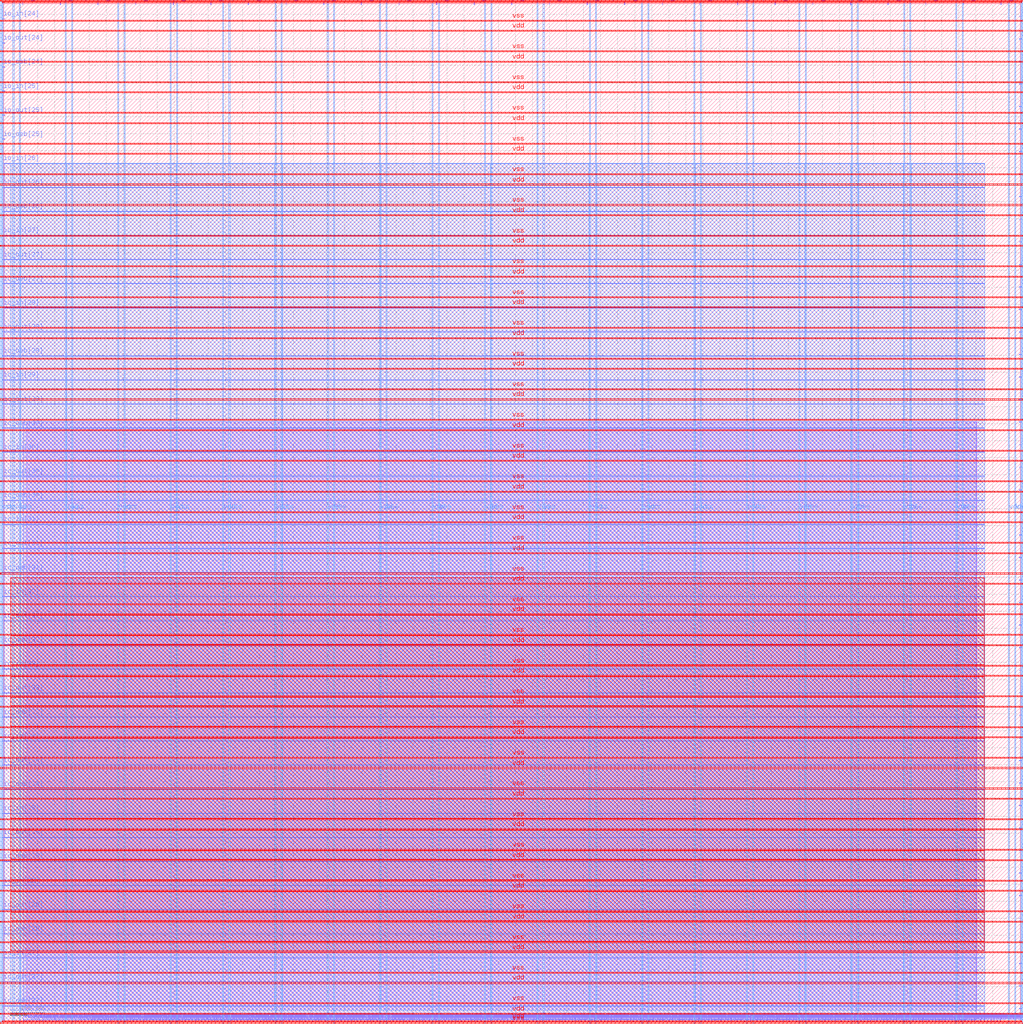
<source format=lef>
VERSION 5.7 ;
  NOWIREEXTENSIONATPIN ON ;
  DIVIDERCHAR "/" ;
  BUSBITCHARS "[]" ;
MACRO user_project_wrapper
  CLASS BLOCK ;
  FOREIGN user_project_wrapper ;
  ORIGIN 0.000 0.000 ;
  SIZE 2980.200 BY 2980.200 ;
  PIN io_in[0]
    DIRECTION INPUT ;
    USE SIGNAL ;
    PORT
      LAYER Metal3 ;
        RECT 2977.800 35.560 2985.000 36.680 ;
    END
  END io_in[0]
  PIN io_in[10]
    DIRECTION INPUT ;
    USE SIGNAL ;
    PORT
      LAYER Metal3 ;
        RECT 2977.800 2017.960 2985.000 2019.080 ;
    END
  END io_in[10]
  PIN io_in[11]
    DIRECTION INPUT ;
    USE SIGNAL ;
    PORT
      LAYER Metal3 ;
        RECT 2977.800 2216.200 2985.000 2217.320 ;
    END
  END io_in[11]
  PIN io_in[12]
    DIRECTION INPUT ;
    USE SIGNAL ;
    PORT
      LAYER Metal3 ;
        RECT 2977.800 2414.440 2985.000 2415.560 ;
    END
  END io_in[12]
  PIN io_in[13]
    DIRECTION INPUT ;
    USE SIGNAL ;
    PORT
      LAYER Metal3 ;
        RECT 2977.800 2612.680 2985.000 2613.800 ;
    END
  END io_in[13]
  PIN io_in[14]
    DIRECTION INPUT ;
    USE SIGNAL ;
    PORT
      LAYER Metal3 ;
        RECT 2977.800 2810.920 2985.000 2812.040 ;
    END
  END io_in[14]
  PIN io_in[15]
    DIRECTION INPUT ;
    USE SIGNAL ;
    PORT
      LAYER Metal2 ;
        RECT 2923.480 2977.800 2924.600 2985.000 ;
    END
  END io_in[15]
  PIN io_in[16]
    DIRECTION INPUT ;
    USE SIGNAL ;
    PORT
      LAYER Metal2 ;
        RECT 2592.520 2977.800 2593.640 2985.000 ;
    END
  END io_in[16]
  PIN io_in[17]
    DIRECTION INPUT ;
    USE SIGNAL ;
    PORT
      LAYER Metal2 ;
        RECT 2261.560 2977.800 2262.680 2985.000 ;
    END
  END io_in[17]
  PIN io_in[18]
    DIRECTION INPUT ;
    USE SIGNAL ;
    PORT
      LAYER Metal2 ;
        RECT 1930.600 2977.800 1931.720 2985.000 ;
    END
  END io_in[18]
  PIN io_in[19]
    DIRECTION INPUT ;
    USE SIGNAL ;
    PORT
      LAYER Metal2 ;
        RECT 1599.640 2977.800 1600.760 2985.000 ;
    END
  END io_in[19]
  PIN io_in[1]
    DIRECTION INPUT ;
    USE SIGNAL ;
    PORT
      LAYER Metal3 ;
        RECT 2977.800 233.800 2985.000 234.920 ;
    END
  END io_in[1]
  PIN io_in[20]
    DIRECTION INPUT ;
    USE SIGNAL ;
    PORT
      LAYER Metal2 ;
        RECT 1268.680 2977.800 1269.800 2985.000 ;
    END
  END io_in[20]
  PIN io_in[21]
    DIRECTION INPUT ;
    USE SIGNAL ;
    PORT
      LAYER Metal2 ;
        RECT 937.720 2977.800 938.840 2985.000 ;
    END
  END io_in[21]
  PIN io_in[22]
    DIRECTION INPUT ;
    USE SIGNAL ;
    PORT
      LAYER Metal2 ;
        RECT 606.760 2977.800 607.880 2985.000 ;
    END
  END io_in[22]
  PIN io_in[23]
    DIRECTION INPUT ;
    USE SIGNAL ;
    PORT
      LAYER Metal2 ;
        RECT 275.800 2977.800 276.920 2985.000 ;
    END
  END io_in[23]
  PIN io_in[24]
    DIRECTION INPUT ;
    USE SIGNAL ;
    PORT
      LAYER Metal3 ;
        RECT -4.800 2935.800 2.400 2936.920 ;
    END
  END io_in[24]
  PIN io_in[25]
    DIRECTION INPUT ;
    USE SIGNAL ;
    PORT
      LAYER Metal3 ;
        RECT -4.800 2724.120 2.400 2725.240 ;
    END
  END io_in[25]
  PIN io_in[26]
    DIRECTION INPUT ;
    USE SIGNAL ;
    PORT
      LAYER Metal3 ;
        RECT -4.800 2512.440 2.400 2513.560 ;
    END
  END io_in[26]
  PIN io_in[27]
    DIRECTION INPUT ;
    USE SIGNAL ;
    PORT
      LAYER Metal3 ;
        RECT -4.800 2300.760 2.400 2301.880 ;
    END
  END io_in[27]
  PIN io_in[28]
    DIRECTION INPUT ;
    USE SIGNAL ;
    PORT
      LAYER Metal3 ;
        RECT -4.800 2089.080 2.400 2090.200 ;
    END
  END io_in[28]
  PIN io_in[29]
    DIRECTION INPUT ;
    USE SIGNAL ;
    PORT
      LAYER Metal3 ;
        RECT -4.800 1877.400 2.400 1878.520 ;
    END
  END io_in[29]
  PIN io_in[2]
    DIRECTION INPUT ;
    USE SIGNAL ;
    PORT
      LAYER Metal3 ;
        RECT 2977.800 432.040 2985.000 433.160 ;
    END
  END io_in[2]
  PIN io_in[30]
    DIRECTION INPUT ;
    USE SIGNAL ;
    PORT
      LAYER Metal3 ;
        RECT -4.800 1665.720 2.400 1666.840 ;
    END
  END io_in[30]
  PIN io_in[31]
    DIRECTION INPUT ;
    USE SIGNAL ;
    PORT
      LAYER Metal3 ;
        RECT -4.800 1454.040 2.400 1455.160 ;
    END
  END io_in[31]
  PIN io_in[32]
    DIRECTION INPUT ;
    USE SIGNAL ;
    PORT
      LAYER Metal3 ;
        RECT -4.800 1242.360 2.400 1243.480 ;
    END
  END io_in[32]
  PIN io_in[33]
    DIRECTION INPUT ;
    USE SIGNAL ;
    PORT
      LAYER Metal3 ;
        RECT -4.800 1030.680 2.400 1031.800 ;
    END
  END io_in[33]
  PIN io_in[34]
    DIRECTION INPUT ;
    USE SIGNAL ;
    PORT
      LAYER Metal3 ;
        RECT -4.800 819.000 2.400 820.120 ;
    END
  END io_in[34]
  PIN io_in[35]
    DIRECTION INPUT ;
    USE SIGNAL ;
    PORT
      LAYER Metal3 ;
        RECT -4.800 607.320 2.400 608.440 ;
    END
  END io_in[35]
  PIN io_in[36]
    DIRECTION INPUT ;
    USE SIGNAL ;
    PORT
      LAYER Metal3 ;
        RECT -4.800 395.640 2.400 396.760 ;
    END
  END io_in[36]
  PIN io_in[37]
    DIRECTION INPUT ;
    USE SIGNAL ;
    PORT
      LAYER Metal3 ;
        RECT -4.800 183.960 2.400 185.080 ;
    END
  END io_in[37]
  PIN io_in[3]
    DIRECTION INPUT ;
    USE SIGNAL ;
    PORT
      LAYER Metal3 ;
        RECT 2977.800 630.280 2985.000 631.400 ;
    END
  END io_in[3]
  PIN io_in[4]
    DIRECTION INPUT ;
    USE SIGNAL ;
    PORT
      LAYER Metal3 ;
        RECT 2977.800 828.520 2985.000 829.640 ;
    END
  END io_in[4]
  PIN io_in[5]
    DIRECTION INPUT ;
    USE SIGNAL ;
    PORT
      LAYER Metal3 ;
        RECT 2977.800 1026.760 2985.000 1027.880 ;
    END
  END io_in[5]
  PIN io_in[6]
    DIRECTION INPUT ;
    USE SIGNAL ;
    PORT
      LAYER Metal3 ;
        RECT 2977.800 1225.000 2985.000 1226.120 ;
    END
  END io_in[6]
  PIN io_in[7]
    DIRECTION INPUT ;
    USE SIGNAL ;
    PORT
      LAYER Metal3 ;
        RECT 2977.800 1423.240 2985.000 1424.360 ;
    END
  END io_in[7]
  PIN io_in[8]
    DIRECTION INPUT ;
    USE SIGNAL ;
    PORT
      LAYER Metal3 ;
        RECT 2977.800 1621.480 2985.000 1622.600 ;
    END
  END io_in[8]
  PIN io_in[9]
    DIRECTION INPUT ;
    USE SIGNAL ;
    PORT
      LAYER Metal3 ;
        RECT 2977.800 1819.720 2985.000 1820.840 ;
    END
  END io_in[9]
  PIN io_oeb[0]
    DIRECTION OUTPUT TRISTATE ;
    USE SIGNAL ;
    PORT
      LAYER Metal3 ;
        RECT 2977.800 167.720 2985.000 168.840 ;
    END
  END io_oeb[0]
  PIN io_oeb[10]
    DIRECTION OUTPUT TRISTATE ;
    USE SIGNAL ;
    PORT
      LAYER Metal3 ;
        RECT 2977.800 2150.120 2985.000 2151.240 ;
    END
  END io_oeb[10]
  PIN io_oeb[11]
    DIRECTION OUTPUT TRISTATE ;
    USE SIGNAL ;
    PORT
      LAYER Metal3 ;
        RECT 2977.800 2348.360 2985.000 2349.480 ;
    END
  END io_oeb[11]
  PIN io_oeb[12]
    DIRECTION OUTPUT TRISTATE ;
    USE SIGNAL ;
    PORT
      LAYER Metal3 ;
        RECT 2977.800 2546.600 2985.000 2547.720 ;
    END
  END io_oeb[12]
  PIN io_oeb[13]
    DIRECTION OUTPUT TRISTATE ;
    USE SIGNAL ;
    PORT
      LAYER Metal3 ;
        RECT 2977.800 2744.840 2985.000 2745.960 ;
    END
  END io_oeb[13]
  PIN io_oeb[14]
    DIRECTION OUTPUT TRISTATE ;
    USE SIGNAL ;
    PORT
      LAYER Metal3 ;
        RECT 2977.800 2943.080 2985.000 2944.200 ;
    END
  END io_oeb[14]
  PIN io_oeb[15]
    DIRECTION OUTPUT TRISTATE ;
    USE SIGNAL ;
    PORT
      LAYER Metal2 ;
        RECT 2702.840 2977.800 2703.960 2985.000 ;
    END
  END io_oeb[15]
  PIN io_oeb[16]
    DIRECTION OUTPUT TRISTATE ;
    USE SIGNAL ;
    PORT
      LAYER Metal2 ;
        RECT 2371.880 2977.800 2373.000 2985.000 ;
    END
  END io_oeb[16]
  PIN io_oeb[17]
    DIRECTION OUTPUT TRISTATE ;
    USE SIGNAL ;
    PORT
      LAYER Metal2 ;
        RECT 2040.920 2977.800 2042.040 2985.000 ;
    END
  END io_oeb[17]
  PIN io_oeb[18]
    DIRECTION OUTPUT TRISTATE ;
    USE SIGNAL ;
    PORT
      LAYER Metal2 ;
        RECT 1709.960 2977.800 1711.080 2985.000 ;
    END
  END io_oeb[18]
  PIN io_oeb[19]
    DIRECTION OUTPUT TRISTATE ;
    USE SIGNAL ;
    PORT
      LAYER Metal2 ;
        RECT 1379.000 2977.800 1380.120 2985.000 ;
    END
  END io_oeb[19]
  PIN io_oeb[1]
    DIRECTION OUTPUT TRISTATE ;
    USE SIGNAL ;
    PORT
      LAYER Metal3 ;
        RECT 2977.800 365.960 2985.000 367.080 ;
    END
  END io_oeb[1]
  PIN io_oeb[20]
    DIRECTION OUTPUT TRISTATE ;
    USE SIGNAL ;
    PORT
      LAYER Metal2 ;
        RECT 1048.040 2977.800 1049.160 2985.000 ;
    END
  END io_oeb[20]
  PIN io_oeb[21]
    DIRECTION OUTPUT TRISTATE ;
    USE SIGNAL ;
    PORT
      LAYER Metal2 ;
        RECT 717.080 2977.800 718.200 2985.000 ;
    END
  END io_oeb[21]
  PIN io_oeb[22]
    DIRECTION OUTPUT TRISTATE ;
    USE SIGNAL ;
    PORT
      LAYER Metal2 ;
        RECT 386.120 2977.800 387.240 2985.000 ;
    END
  END io_oeb[22]
  PIN io_oeb[23]
    DIRECTION OUTPUT TRISTATE ;
    USE SIGNAL ;
    PORT
      LAYER Metal2 ;
        RECT 55.160 2977.800 56.280 2985.000 ;
    END
  END io_oeb[23]
  PIN io_oeb[24]
    DIRECTION OUTPUT TRISTATE ;
    USE SIGNAL ;
    PORT
      LAYER Metal3 ;
        RECT -4.800 2794.680 2.400 2795.800 ;
    END
  END io_oeb[24]
  PIN io_oeb[25]
    DIRECTION OUTPUT TRISTATE ;
    USE SIGNAL ;
    PORT
      LAYER Metal3 ;
        RECT -4.800 2583.000 2.400 2584.120 ;
    END
  END io_oeb[25]
  PIN io_oeb[26]
    DIRECTION OUTPUT TRISTATE ;
    USE SIGNAL ;
    PORT
      LAYER Metal3 ;
        RECT -4.800 2371.320 2.400 2372.440 ;
    END
  END io_oeb[26]
  PIN io_oeb[27]
    DIRECTION OUTPUT TRISTATE ;
    USE SIGNAL ;
    PORT
      LAYER Metal3 ;
        RECT -4.800 2159.640 2.400 2160.760 ;
    END
  END io_oeb[27]
  PIN io_oeb[28]
    DIRECTION OUTPUT TRISTATE ;
    USE SIGNAL ;
    PORT
      LAYER Metal3 ;
        RECT -4.800 1947.960 2.400 1949.080 ;
    END
  END io_oeb[28]
  PIN io_oeb[29]
    DIRECTION OUTPUT TRISTATE ;
    USE SIGNAL ;
    PORT
      LAYER Metal3 ;
        RECT -4.800 1736.280 2.400 1737.400 ;
    END
  END io_oeb[29]
  PIN io_oeb[2]
    DIRECTION OUTPUT TRISTATE ;
    USE SIGNAL ;
    PORT
      LAYER Metal3 ;
        RECT 2977.800 564.200 2985.000 565.320 ;
    END
  END io_oeb[2]
  PIN io_oeb[30]
    DIRECTION OUTPUT TRISTATE ;
    USE SIGNAL ;
    PORT
      LAYER Metal3 ;
        RECT -4.800 1524.600 2.400 1525.720 ;
    END
  END io_oeb[30]
  PIN io_oeb[31]
    DIRECTION OUTPUT TRISTATE ;
    USE SIGNAL ;
    PORT
      LAYER Metal3 ;
        RECT -4.800 1312.920 2.400 1314.040 ;
    END
  END io_oeb[31]
  PIN io_oeb[32]
    DIRECTION OUTPUT TRISTATE ;
    USE SIGNAL ;
    PORT
      LAYER Metal3 ;
        RECT -4.800 1101.240 2.400 1102.360 ;
    END
  END io_oeb[32]
  PIN io_oeb[33]
    DIRECTION OUTPUT TRISTATE ;
    USE SIGNAL ;
    PORT
      LAYER Metal3 ;
        RECT -4.800 889.560 2.400 890.680 ;
    END
  END io_oeb[33]
  PIN io_oeb[34]
    DIRECTION OUTPUT TRISTATE ;
    USE SIGNAL ;
    PORT
      LAYER Metal3 ;
        RECT -4.800 677.880 2.400 679.000 ;
    END
  END io_oeb[34]
  PIN io_oeb[35]
    DIRECTION OUTPUT TRISTATE ;
    USE SIGNAL ;
    PORT
      LAYER Metal3 ;
        RECT -4.800 466.200 2.400 467.320 ;
    END
  END io_oeb[35]
  PIN io_oeb[36]
    DIRECTION OUTPUT TRISTATE ;
    USE SIGNAL ;
    PORT
      LAYER Metal3 ;
        RECT -4.800 254.520 2.400 255.640 ;
    END
  END io_oeb[36]
  PIN io_oeb[37]
    DIRECTION OUTPUT TRISTATE ;
    USE SIGNAL ;
    PORT
      LAYER Metal3 ;
        RECT -4.800 42.840 2.400 43.960 ;
    END
  END io_oeb[37]
  PIN io_oeb[3]
    DIRECTION OUTPUT TRISTATE ;
    USE SIGNAL ;
    PORT
      LAYER Metal3 ;
        RECT 2977.800 762.440 2985.000 763.560 ;
    END
  END io_oeb[3]
  PIN io_oeb[4]
    DIRECTION OUTPUT TRISTATE ;
    USE SIGNAL ;
    PORT
      LAYER Metal3 ;
        RECT 2977.800 960.680 2985.000 961.800 ;
    END
  END io_oeb[4]
  PIN io_oeb[5]
    DIRECTION OUTPUT TRISTATE ;
    USE SIGNAL ;
    PORT
      LAYER Metal3 ;
        RECT 2977.800 1158.920 2985.000 1160.040 ;
    END
  END io_oeb[5]
  PIN io_oeb[6]
    DIRECTION OUTPUT TRISTATE ;
    USE SIGNAL ;
    PORT
      LAYER Metal3 ;
        RECT 2977.800 1357.160 2985.000 1358.280 ;
    END
  END io_oeb[6]
  PIN io_oeb[7]
    DIRECTION OUTPUT TRISTATE ;
    USE SIGNAL ;
    PORT
      LAYER Metal3 ;
        RECT 2977.800 1555.400 2985.000 1556.520 ;
    END
  END io_oeb[7]
  PIN io_oeb[8]
    DIRECTION OUTPUT TRISTATE ;
    USE SIGNAL ;
    PORT
      LAYER Metal3 ;
        RECT 2977.800 1753.640 2985.000 1754.760 ;
    END
  END io_oeb[8]
  PIN io_oeb[9]
    DIRECTION OUTPUT TRISTATE ;
    USE SIGNAL ;
    PORT
      LAYER Metal3 ;
        RECT 2977.800 1951.880 2985.000 1953.000 ;
    END
  END io_oeb[9]
  PIN io_out[0]
    DIRECTION OUTPUT TRISTATE ;
    USE SIGNAL ;
    PORT
      LAYER Metal3 ;
        RECT 2977.800 101.640 2985.000 102.760 ;
    END
  END io_out[0]
  PIN io_out[10]
    DIRECTION OUTPUT TRISTATE ;
    USE SIGNAL ;
    PORT
      LAYER Metal3 ;
        RECT 2977.800 2084.040 2985.000 2085.160 ;
    END
  END io_out[10]
  PIN io_out[11]
    DIRECTION OUTPUT TRISTATE ;
    USE SIGNAL ;
    PORT
      LAYER Metal3 ;
        RECT 2977.800 2282.280 2985.000 2283.400 ;
    END
  END io_out[11]
  PIN io_out[12]
    DIRECTION OUTPUT TRISTATE ;
    USE SIGNAL ;
    PORT
      LAYER Metal3 ;
        RECT 2977.800 2480.520 2985.000 2481.640 ;
    END
  END io_out[12]
  PIN io_out[13]
    DIRECTION OUTPUT TRISTATE ;
    USE SIGNAL ;
    PORT
      LAYER Metal3 ;
        RECT 2977.800 2678.760 2985.000 2679.880 ;
    END
  END io_out[13]
  PIN io_out[14]
    DIRECTION OUTPUT TRISTATE ;
    USE SIGNAL ;
    PORT
      LAYER Metal3 ;
        RECT 2977.800 2877.000 2985.000 2878.120 ;
    END
  END io_out[14]
  PIN io_out[15]
    DIRECTION OUTPUT TRISTATE ;
    USE SIGNAL ;
    PORT
      LAYER Metal2 ;
        RECT 2813.160 2977.800 2814.280 2985.000 ;
    END
  END io_out[15]
  PIN io_out[16]
    DIRECTION OUTPUT TRISTATE ;
    USE SIGNAL ;
    PORT
      LAYER Metal2 ;
        RECT 2482.200 2977.800 2483.320 2985.000 ;
    END
  END io_out[16]
  PIN io_out[17]
    DIRECTION OUTPUT TRISTATE ;
    USE SIGNAL ;
    PORT
      LAYER Metal2 ;
        RECT 2151.240 2977.800 2152.360 2985.000 ;
    END
  END io_out[17]
  PIN io_out[18]
    DIRECTION OUTPUT TRISTATE ;
    USE SIGNAL ;
    PORT
      LAYER Metal2 ;
        RECT 1820.280 2977.800 1821.400 2985.000 ;
    END
  END io_out[18]
  PIN io_out[19]
    DIRECTION OUTPUT TRISTATE ;
    USE SIGNAL ;
    PORT
      LAYER Metal2 ;
        RECT 1489.320 2977.800 1490.440 2985.000 ;
    END
  END io_out[19]
  PIN io_out[1]
    DIRECTION OUTPUT TRISTATE ;
    USE SIGNAL ;
    PORT
      LAYER Metal3 ;
        RECT 2977.800 299.880 2985.000 301.000 ;
    END
  END io_out[1]
  PIN io_out[20]
    DIRECTION OUTPUT TRISTATE ;
    USE SIGNAL ;
    PORT
      LAYER Metal2 ;
        RECT 1158.360 2977.800 1159.480 2985.000 ;
    END
  END io_out[20]
  PIN io_out[21]
    DIRECTION OUTPUT TRISTATE ;
    USE SIGNAL ;
    PORT
      LAYER Metal2 ;
        RECT 827.400 2977.800 828.520 2985.000 ;
    END
  END io_out[21]
  PIN io_out[22]
    DIRECTION OUTPUT TRISTATE ;
    USE SIGNAL ;
    PORT
      LAYER Metal2 ;
        RECT 496.440 2977.800 497.560 2985.000 ;
    END
  END io_out[22]
  PIN io_out[23]
    DIRECTION OUTPUT TRISTATE ;
    USE SIGNAL ;
    PORT
      LAYER Metal2 ;
        RECT 165.480 2977.800 166.600 2985.000 ;
    END
  END io_out[23]
  PIN io_out[24]
    DIRECTION OUTPUT TRISTATE ;
    USE SIGNAL ;
    PORT
      LAYER Metal3 ;
        RECT -4.800 2865.240 2.400 2866.360 ;
    END
  END io_out[24]
  PIN io_out[25]
    DIRECTION OUTPUT TRISTATE ;
    USE SIGNAL ;
    PORT
      LAYER Metal3 ;
        RECT -4.800 2653.560 2.400 2654.680 ;
    END
  END io_out[25]
  PIN io_out[26]
    DIRECTION OUTPUT TRISTATE ;
    USE SIGNAL ;
    PORT
      LAYER Metal3 ;
        RECT -4.800 2441.880 2.400 2443.000 ;
    END
  END io_out[26]
  PIN io_out[27]
    DIRECTION OUTPUT TRISTATE ;
    USE SIGNAL ;
    PORT
      LAYER Metal3 ;
        RECT -4.800 2230.200 2.400 2231.320 ;
    END
  END io_out[27]
  PIN io_out[28]
    DIRECTION OUTPUT TRISTATE ;
    USE SIGNAL ;
    PORT
      LAYER Metal3 ;
        RECT -4.800 2018.520 2.400 2019.640 ;
    END
  END io_out[28]
  PIN io_out[29]
    DIRECTION OUTPUT TRISTATE ;
    USE SIGNAL ;
    PORT
      LAYER Metal3 ;
        RECT -4.800 1806.840 2.400 1807.960 ;
    END
  END io_out[29]
  PIN io_out[2]
    DIRECTION OUTPUT TRISTATE ;
    USE SIGNAL ;
    PORT
      LAYER Metal3 ;
        RECT 2977.800 498.120 2985.000 499.240 ;
    END
  END io_out[2]
  PIN io_out[30]
    DIRECTION OUTPUT TRISTATE ;
    USE SIGNAL ;
    PORT
      LAYER Metal3 ;
        RECT -4.800 1595.160 2.400 1596.280 ;
    END
  END io_out[30]
  PIN io_out[31]
    DIRECTION OUTPUT TRISTATE ;
    USE SIGNAL ;
    PORT
      LAYER Metal3 ;
        RECT -4.800 1383.480 2.400 1384.600 ;
    END
  END io_out[31]
  PIN io_out[32]
    DIRECTION OUTPUT TRISTATE ;
    USE SIGNAL ;
    PORT
      LAYER Metal3 ;
        RECT -4.800 1171.800 2.400 1172.920 ;
    END
  END io_out[32]
  PIN io_out[33]
    DIRECTION OUTPUT TRISTATE ;
    USE SIGNAL ;
    PORT
      LAYER Metal3 ;
        RECT -4.800 960.120 2.400 961.240 ;
    END
  END io_out[33]
  PIN io_out[34]
    DIRECTION OUTPUT TRISTATE ;
    USE SIGNAL ;
    PORT
      LAYER Metal3 ;
        RECT -4.800 748.440 2.400 749.560 ;
    END
  END io_out[34]
  PIN io_out[35]
    DIRECTION OUTPUT TRISTATE ;
    USE SIGNAL ;
    PORT
      LAYER Metal3 ;
        RECT -4.800 536.760 2.400 537.880 ;
    END
  END io_out[35]
  PIN io_out[36]
    DIRECTION OUTPUT TRISTATE ;
    USE SIGNAL ;
    PORT
      LAYER Metal3 ;
        RECT -4.800 325.080 2.400 326.200 ;
    END
  END io_out[36]
  PIN io_out[37]
    DIRECTION OUTPUT TRISTATE ;
    USE SIGNAL ;
    PORT
      LAYER Metal3 ;
        RECT -4.800 113.400 2.400 114.520 ;
    END
  END io_out[37]
  PIN io_out[3]
    DIRECTION OUTPUT TRISTATE ;
    USE SIGNAL ;
    PORT
      LAYER Metal3 ;
        RECT 2977.800 696.360 2985.000 697.480 ;
    END
  END io_out[3]
  PIN io_out[4]
    DIRECTION OUTPUT TRISTATE ;
    USE SIGNAL ;
    PORT
      LAYER Metal3 ;
        RECT 2977.800 894.600 2985.000 895.720 ;
    END
  END io_out[4]
  PIN io_out[5]
    DIRECTION OUTPUT TRISTATE ;
    USE SIGNAL ;
    PORT
      LAYER Metal3 ;
        RECT 2977.800 1092.840 2985.000 1093.960 ;
    END
  END io_out[5]
  PIN io_out[6]
    DIRECTION OUTPUT TRISTATE ;
    USE SIGNAL ;
    PORT
      LAYER Metal3 ;
        RECT 2977.800 1291.080 2985.000 1292.200 ;
    END
  END io_out[6]
  PIN io_out[7]
    DIRECTION OUTPUT TRISTATE ;
    USE SIGNAL ;
    PORT
      LAYER Metal3 ;
        RECT 2977.800 1489.320 2985.000 1490.440 ;
    END
  END io_out[7]
  PIN io_out[8]
    DIRECTION OUTPUT TRISTATE ;
    USE SIGNAL ;
    PORT
      LAYER Metal3 ;
        RECT 2977.800 1687.560 2985.000 1688.680 ;
    END
  END io_out[8]
  PIN io_out[9]
    DIRECTION OUTPUT TRISTATE ;
    USE SIGNAL ;
    PORT
      LAYER Metal3 ;
        RECT 2977.800 1885.800 2985.000 1886.920 ;
    END
  END io_out[9]
  PIN la_data_in[0]
    DIRECTION INPUT ;
    USE SIGNAL ;
    PORT
      LAYER Metal2 ;
        RECT 1065.960 -4.800 1067.080 2.400 ;
    END
  END la_data_in[0]
  PIN la_data_in[10]
    DIRECTION INPUT ;
    USE SIGNAL ;
    PORT
      LAYER Metal2 ;
        RECT 1351.560 -4.800 1352.680 2.400 ;
    END
  END la_data_in[10]
  PIN la_data_in[11]
    DIRECTION INPUT ;
    USE SIGNAL ;
    PORT
      LAYER Metal2 ;
        RECT 1380.120 -4.800 1381.240 2.400 ;
    END
  END la_data_in[11]
  PIN la_data_in[12]
    DIRECTION INPUT ;
    USE SIGNAL ;
    PORT
      LAYER Metal2 ;
        RECT 1408.680 -4.800 1409.800 2.400 ;
    END
  END la_data_in[12]
  PIN la_data_in[13]
    DIRECTION INPUT ;
    USE SIGNAL ;
    PORT
      LAYER Metal2 ;
        RECT 1437.240 -4.800 1438.360 2.400 ;
    END
  END la_data_in[13]
  PIN la_data_in[14]
    DIRECTION INPUT ;
    USE SIGNAL ;
    PORT
      LAYER Metal2 ;
        RECT 1465.800 -4.800 1466.920 2.400 ;
    END
  END la_data_in[14]
  PIN la_data_in[15]
    DIRECTION INPUT ;
    USE SIGNAL ;
    PORT
      LAYER Metal2 ;
        RECT 1494.360 -4.800 1495.480 2.400 ;
    END
  END la_data_in[15]
  PIN la_data_in[16]
    DIRECTION INPUT ;
    USE SIGNAL ;
    PORT
      LAYER Metal2 ;
        RECT 1522.920 -4.800 1524.040 2.400 ;
    END
  END la_data_in[16]
  PIN la_data_in[17]
    DIRECTION INPUT ;
    USE SIGNAL ;
    PORT
      LAYER Metal2 ;
        RECT 1551.480 -4.800 1552.600 2.400 ;
    END
  END la_data_in[17]
  PIN la_data_in[18]
    DIRECTION INPUT ;
    USE SIGNAL ;
    PORT
      LAYER Metal2 ;
        RECT 1580.040 -4.800 1581.160 2.400 ;
    END
  END la_data_in[18]
  PIN la_data_in[19]
    DIRECTION INPUT ;
    USE SIGNAL ;
    PORT
      LAYER Metal2 ;
        RECT 1608.600 -4.800 1609.720 2.400 ;
    END
  END la_data_in[19]
  PIN la_data_in[1]
    DIRECTION INPUT ;
    USE SIGNAL ;
    PORT
      LAYER Metal2 ;
        RECT 1094.520 -4.800 1095.640 2.400 ;
    END
  END la_data_in[1]
  PIN la_data_in[20]
    DIRECTION INPUT ;
    USE SIGNAL ;
    PORT
      LAYER Metal2 ;
        RECT 1637.160 -4.800 1638.280 2.400 ;
    END
  END la_data_in[20]
  PIN la_data_in[21]
    DIRECTION INPUT ;
    USE SIGNAL ;
    PORT
      LAYER Metal2 ;
        RECT 1665.720 -4.800 1666.840 2.400 ;
    END
  END la_data_in[21]
  PIN la_data_in[22]
    DIRECTION INPUT ;
    USE SIGNAL ;
    PORT
      LAYER Metal2 ;
        RECT 1694.280 -4.800 1695.400 2.400 ;
    END
  END la_data_in[22]
  PIN la_data_in[23]
    DIRECTION INPUT ;
    USE SIGNAL ;
    PORT
      LAYER Metal2 ;
        RECT 1722.840 -4.800 1723.960 2.400 ;
    END
  END la_data_in[23]
  PIN la_data_in[24]
    DIRECTION INPUT ;
    USE SIGNAL ;
    PORT
      LAYER Metal2 ;
        RECT 1751.400 -4.800 1752.520 2.400 ;
    END
  END la_data_in[24]
  PIN la_data_in[25]
    DIRECTION INPUT ;
    USE SIGNAL ;
    PORT
      LAYER Metal2 ;
        RECT 1779.960 -4.800 1781.080 2.400 ;
    END
  END la_data_in[25]
  PIN la_data_in[26]
    DIRECTION INPUT ;
    USE SIGNAL ;
    PORT
      LAYER Metal2 ;
        RECT 1808.520 -4.800 1809.640 2.400 ;
    END
  END la_data_in[26]
  PIN la_data_in[27]
    DIRECTION INPUT ;
    USE SIGNAL ;
    PORT
      LAYER Metal2 ;
        RECT 1837.080 -4.800 1838.200 2.400 ;
    END
  END la_data_in[27]
  PIN la_data_in[28]
    DIRECTION INPUT ;
    USE SIGNAL ;
    PORT
      LAYER Metal2 ;
        RECT 1865.640 -4.800 1866.760 2.400 ;
    END
  END la_data_in[28]
  PIN la_data_in[29]
    DIRECTION INPUT ;
    USE SIGNAL ;
    PORT
      LAYER Metal2 ;
        RECT 1894.200 -4.800 1895.320 2.400 ;
    END
  END la_data_in[29]
  PIN la_data_in[2]
    DIRECTION INPUT ;
    USE SIGNAL ;
    PORT
      LAYER Metal2 ;
        RECT 1123.080 -4.800 1124.200 2.400 ;
    END
  END la_data_in[2]
  PIN la_data_in[30]
    DIRECTION INPUT ;
    USE SIGNAL ;
    PORT
      LAYER Metal2 ;
        RECT 1922.760 -4.800 1923.880 2.400 ;
    END
  END la_data_in[30]
  PIN la_data_in[31]
    DIRECTION INPUT ;
    USE SIGNAL ;
    PORT
      LAYER Metal2 ;
        RECT 1951.320 -4.800 1952.440 2.400 ;
    END
  END la_data_in[31]
  PIN la_data_in[32]
    DIRECTION INPUT ;
    USE SIGNAL ;
    PORT
      LAYER Metal2 ;
        RECT 1979.880 -4.800 1981.000 2.400 ;
    END
  END la_data_in[32]
  PIN la_data_in[33]
    DIRECTION INPUT ;
    USE SIGNAL ;
    PORT
      LAYER Metal2 ;
        RECT 2008.440 -4.800 2009.560 2.400 ;
    END
  END la_data_in[33]
  PIN la_data_in[34]
    DIRECTION INPUT ;
    USE SIGNAL ;
    PORT
      LAYER Metal2 ;
        RECT 2037.000 -4.800 2038.120 2.400 ;
    END
  END la_data_in[34]
  PIN la_data_in[35]
    DIRECTION INPUT ;
    USE SIGNAL ;
    PORT
      LAYER Metal2 ;
        RECT 2065.560 -4.800 2066.680 2.400 ;
    END
  END la_data_in[35]
  PIN la_data_in[36]
    DIRECTION INPUT ;
    USE SIGNAL ;
    PORT
      LAYER Metal2 ;
        RECT 2094.120 -4.800 2095.240 2.400 ;
    END
  END la_data_in[36]
  PIN la_data_in[37]
    DIRECTION INPUT ;
    USE SIGNAL ;
    PORT
      LAYER Metal2 ;
        RECT 2122.680 -4.800 2123.800 2.400 ;
    END
  END la_data_in[37]
  PIN la_data_in[38]
    DIRECTION INPUT ;
    USE SIGNAL ;
    PORT
      LAYER Metal2 ;
        RECT 2151.240 -4.800 2152.360 2.400 ;
    END
  END la_data_in[38]
  PIN la_data_in[39]
    DIRECTION INPUT ;
    USE SIGNAL ;
    PORT
      LAYER Metal2 ;
        RECT 2179.800 -4.800 2180.920 2.400 ;
    END
  END la_data_in[39]
  PIN la_data_in[3]
    DIRECTION INPUT ;
    USE SIGNAL ;
    PORT
      LAYER Metal2 ;
        RECT 1151.640 -4.800 1152.760 2.400 ;
    END
  END la_data_in[3]
  PIN la_data_in[40]
    DIRECTION INPUT ;
    USE SIGNAL ;
    PORT
      LAYER Metal2 ;
        RECT 2208.360 -4.800 2209.480 2.400 ;
    END
  END la_data_in[40]
  PIN la_data_in[41]
    DIRECTION INPUT ;
    USE SIGNAL ;
    PORT
      LAYER Metal2 ;
        RECT 2236.920 -4.800 2238.040 2.400 ;
    END
  END la_data_in[41]
  PIN la_data_in[42]
    DIRECTION INPUT ;
    USE SIGNAL ;
    PORT
      LAYER Metal2 ;
        RECT 2265.480 -4.800 2266.600 2.400 ;
    END
  END la_data_in[42]
  PIN la_data_in[43]
    DIRECTION INPUT ;
    USE SIGNAL ;
    PORT
      LAYER Metal2 ;
        RECT 2294.040 -4.800 2295.160 2.400 ;
    END
  END la_data_in[43]
  PIN la_data_in[44]
    DIRECTION INPUT ;
    USE SIGNAL ;
    PORT
      LAYER Metal2 ;
        RECT 2322.600 -4.800 2323.720 2.400 ;
    END
  END la_data_in[44]
  PIN la_data_in[45]
    DIRECTION INPUT ;
    USE SIGNAL ;
    PORT
      LAYER Metal2 ;
        RECT 2351.160 -4.800 2352.280 2.400 ;
    END
  END la_data_in[45]
  PIN la_data_in[46]
    DIRECTION INPUT ;
    USE SIGNAL ;
    PORT
      LAYER Metal2 ;
        RECT 2379.720 -4.800 2380.840 2.400 ;
    END
  END la_data_in[46]
  PIN la_data_in[47]
    DIRECTION INPUT ;
    USE SIGNAL ;
    PORT
      LAYER Metal2 ;
        RECT 2408.280 -4.800 2409.400 2.400 ;
    END
  END la_data_in[47]
  PIN la_data_in[48]
    DIRECTION INPUT ;
    USE SIGNAL ;
    PORT
      LAYER Metal2 ;
        RECT 2436.840 -4.800 2437.960 2.400 ;
    END
  END la_data_in[48]
  PIN la_data_in[49]
    DIRECTION INPUT ;
    USE SIGNAL ;
    PORT
      LAYER Metal2 ;
        RECT 2465.400 -4.800 2466.520 2.400 ;
    END
  END la_data_in[49]
  PIN la_data_in[4]
    DIRECTION INPUT ;
    USE SIGNAL ;
    PORT
      LAYER Metal2 ;
        RECT 1180.200 -4.800 1181.320 2.400 ;
    END
  END la_data_in[4]
  PIN la_data_in[50]
    DIRECTION INPUT ;
    USE SIGNAL ;
    PORT
      LAYER Metal2 ;
        RECT 2493.960 -4.800 2495.080 2.400 ;
    END
  END la_data_in[50]
  PIN la_data_in[51]
    DIRECTION INPUT ;
    USE SIGNAL ;
    PORT
      LAYER Metal2 ;
        RECT 2522.520 -4.800 2523.640 2.400 ;
    END
  END la_data_in[51]
  PIN la_data_in[52]
    DIRECTION INPUT ;
    USE SIGNAL ;
    PORT
      LAYER Metal2 ;
        RECT 2551.080 -4.800 2552.200 2.400 ;
    END
  END la_data_in[52]
  PIN la_data_in[53]
    DIRECTION INPUT ;
    USE SIGNAL ;
    PORT
      LAYER Metal2 ;
        RECT 2579.640 -4.800 2580.760 2.400 ;
    END
  END la_data_in[53]
  PIN la_data_in[54]
    DIRECTION INPUT ;
    USE SIGNAL ;
    PORT
      LAYER Metal2 ;
        RECT 2608.200 -4.800 2609.320 2.400 ;
    END
  END la_data_in[54]
  PIN la_data_in[55]
    DIRECTION INPUT ;
    USE SIGNAL ;
    PORT
      LAYER Metal2 ;
        RECT 2636.760 -4.800 2637.880 2.400 ;
    END
  END la_data_in[55]
  PIN la_data_in[56]
    DIRECTION INPUT ;
    USE SIGNAL ;
    PORT
      LAYER Metal2 ;
        RECT 2665.320 -4.800 2666.440 2.400 ;
    END
  END la_data_in[56]
  PIN la_data_in[57]
    DIRECTION INPUT ;
    USE SIGNAL ;
    PORT
      LAYER Metal2 ;
        RECT 2693.880 -4.800 2695.000 2.400 ;
    END
  END la_data_in[57]
  PIN la_data_in[58]
    DIRECTION INPUT ;
    USE SIGNAL ;
    PORT
      LAYER Metal2 ;
        RECT 2722.440 -4.800 2723.560 2.400 ;
    END
  END la_data_in[58]
  PIN la_data_in[59]
    DIRECTION INPUT ;
    USE SIGNAL ;
    PORT
      LAYER Metal2 ;
        RECT 2751.000 -4.800 2752.120 2.400 ;
    END
  END la_data_in[59]
  PIN la_data_in[5]
    DIRECTION INPUT ;
    USE SIGNAL ;
    PORT
      LAYER Metal2 ;
        RECT 1208.760 -4.800 1209.880 2.400 ;
    END
  END la_data_in[5]
  PIN la_data_in[60]
    DIRECTION INPUT ;
    USE SIGNAL ;
    PORT
      LAYER Metal2 ;
        RECT 2779.560 -4.800 2780.680 2.400 ;
    END
  END la_data_in[60]
  PIN la_data_in[61]
    DIRECTION INPUT ;
    USE SIGNAL ;
    PORT
      LAYER Metal2 ;
        RECT 2808.120 -4.800 2809.240 2.400 ;
    END
  END la_data_in[61]
  PIN la_data_in[62]
    DIRECTION INPUT ;
    USE SIGNAL ;
    PORT
      LAYER Metal2 ;
        RECT 2836.680 -4.800 2837.800 2.400 ;
    END
  END la_data_in[62]
  PIN la_data_in[63]
    DIRECTION INPUT ;
    USE SIGNAL ;
    PORT
      LAYER Metal2 ;
        RECT 2865.240 -4.800 2866.360 2.400 ;
    END
  END la_data_in[63]
  PIN la_data_in[6]
    DIRECTION INPUT ;
    USE SIGNAL ;
    PORT
      LAYER Metal2 ;
        RECT 1237.320 -4.800 1238.440 2.400 ;
    END
  END la_data_in[6]
  PIN la_data_in[7]
    DIRECTION INPUT ;
    USE SIGNAL ;
    PORT
      LAYER Metal2 ;
        RECT 1265.880 -4.800 1267.000 2.400 ;
    END
  END la_data_in[7]
  PIN la_data_in[8]
    DIRECTION INPUT ;
    USE SIGNAL ;
    PORT
      LAYER Metal2 ;
        RECT 1294.440 -4.800 1295.560 2.400 ;
    END
  END la_data_in[8]
  PIN la_data_in[9]
    DIRECTION INPUT ;
    USE SIGNAL ;
    PORT
      LAYER Metal2 ;
        RECT 1323.000 -4.800 1324.120 2.400 ;
    END
  END la_data_in[9]
  PIN la_data_out[0]
    DIRECTION OUTPUT TRISTATE ;
    USE SIGNAL ;
    PORT
      LAYER Metal2 ;
        RECT 1075.480 -4.800 1076.600 2.400 ;
    END
  END la_data_out[0]
  PIN la_data_out[10]
    DIRECTION OUTPUT TRISTATE ;
    USE SIGNAL ;
    PORT
      LAYER Metal2 ;
        RECT 1361.080 -4.800 1362.200 2.400 ;
    END
  END la_data_out[10]
  PIN la_data_out[11]
    DIRECTION OUTPUT TRISTATE ;
    USE SIGNAL ;
    PORT
      LAYER Metal2 ;
        RECT 1389.640 -4.800 1390.760 2.400 ;
    END
  END la_data_out[11]
  PIN la_data_out[12]
    DIRECTION OUTPUT TRISTATE ;
    USE SIGNAL ;
    PORT
      LAYER Metal2 ;
        RECT 1418.200 -4.800 1419.320 2.400 ;
    END
  END la_data_out[12]
  PIN la_data_out[13]
    DIRECTION OUTPUT TRISTATE ;
    USE SIGNAL ;
    PORT
      LAYER Metal2 ;
        RECT 1446.760 -4.800 1447.880 2.400 ;
    END
  END la_data_out[13]
  PIN la_data_out[14]
    DIRECTION OUTPUT TRISTATE ;
    USE SIGNAL ;
    PORT
      LAYER Metal2 ;
        RECT 1475.320 -4.800 1476.440 2.400 ;
    END
  END la_data_out[14]
  PIN la_data_out[15]
    DIRECTION OUTPUT TRISTATE ;
    USE SIGNAL ;
    PORT
      LAYER Metal2 ;
        RECT 1503.880 -4.800 1505.000 2.400 ;
    END
  END la_data_out[15]
  PIN la_data_out[16]
    DIRECTION OUTPUT TRISTATE ;
    USE SIGNAL ;
    PORT
      LAYER Metal2 ;
        RECT 1532.440 -4.800 1533.560 2.400 ;
    END
  END la_data_out[16]
  PIN la_data_out[17]
    DIRECTION OUTPUT TRISTATE ;
    USE SIGNAL ;
    PORT
      LAYER Metal2 ;
        RECT 1561.000 -4.800 1562.120 2.400 ;
    END
  END la_data_out[17]
  PIN la_data_out[18]
    DIRECTION OUTPUT TRISTATE ;
    USE SIGNAL ;
    PORT
      LAYER Metal2 ;
        RECT 1589.560 -4.800 1590.680 2.400 ;
    END
  END la_data_out[18]
  PIN la_data_out[19]
    DIRECTION OUTPUT TRISTATE ;
    USE SIGNAL ;
    PORT
      LAYER Metal2 ;
        RECT 1618.120 -4.800 1619.240 2.400 ;
    END
  END la_data_out[19]
  PIN la_data_out[1]
    DIRECTION OUTPUT TRISTATE ;
    USE SIGNAL ;
    PORT
      LAYER Metal2 ;
        RECT 1104.040 -4.800 1105.160 2.400 ;
    END
  END la_data_out[1]
  PIN la_data_out[20]
    DIRECTION OUTPUT TRISTATE ;
    USE SIGNAL ;
    PORT
      LAYER Metal2 ;
        RECT 1646.680 -4.800 1647.800 2.400 ;
    END
  END la_data_out[20]
  PIN la_data_out[21]
    DIRECTION OUTPUT TRISTATE ;
    USE SIGNAL ;
    PORT
      LAYER Metal2 ;
        RECT 1675.240 -4.800 1676.360 2.400 ;
    END
  END la_data_out[21]
  PIN la_data_out[22]
    DIRECTION OUTPUT TRISTATE ;
    USE SIGNAL ;
    PORT
      LAYER Metal2 ;
        RECT 1703.800 -4.800 1704.920 2.400 ;
    END
  END la_data_out[22]
  PIN la_data_out[23]
    DIRECTION OUTPUT TRISTATE ;
    USE SIGNAL ;
    PORT
      LAYER Metal2 ;
        RECT 1732.360 -4.800 1733.480 2.400 ;
    END
  END la_data_out[23]
  PIN la_data_out[24]
    DIRECTION OUTPUT TRISTATE ;
    USE SIGNAL ;
    PORT
      LAYER Metal2 ;
        RECT 1760.920 -4.800 1762.040 2.400 ;
    END
  END la_data_out[24]
  PIN la_data_out[25]
    DIRECTION OUTPUT TRISTATE ;
    USE SIGNAL ;
    PORT
      LAYER Metal2 ;
        RECT 1789.480 -4.800 1790.600 2.400 ;
    END
  END la_data_out[25]
  PIN la_data_out[26]
    DIRECTION OUTPUT TRISTATE ;
    USE SIGNAL ;
    PORT
      LAYER Metal2 ;
        RECT 1818.040 -4.800 1819.160 2.400 ;
    END
  END la_data_out[26]
  PIN la_data_out[27]
    DIRECTION OUTPUT TRISTATE ;
    USE SIGNAL ;
    PORT
      LAYER Metal2 ;
        RECT 1846.600 -4.800 1847.720 2.400 ;
    END
  END la_data_out[27]
  PIN la_data_out[28]
    DIRECTION OUTPUT TRISTATE ;
    USE SIGNAL ;
    PORT
      LAYER Metal2 ;
        RECT 1875.160 -4.800 1876.280 2.400 ;
    END
  END la_data_out[28]
  PIN la_data_out[29]
    DIRECTION OUTPUT TRISTATE ;
    USE SIGNAL ;
    PORT
      LAYER Metal2 ;
        RECT 1903.720 -4.800 1904.840 2.400 ;
    END
  END la_data_out[29]
  PIN la_data_out[2]
    DIRECTION OUTPUT TRISTATE ;
    USE SIGNAL ;
    PORT
      LAYER Metal2 ;
        RECT 1132.600 -4.800 1133.720 2.400 ;
    END
  END la_data_out[2]
  PIN la_data_out[30]
    DIRECTION OUTPUT TRISTATE ;
    USE SIGNAL ;
    PORT
      LAYER Metal2 ;
        RECT 1932.280 -4.800 1933.400 2.400 ;
    END
  END la_data_out[30]
  PIN la_data_out[31]
    DIRECTION OUTPUT TRISTATE ;
    USE SIGNAL ;
    PORT
      LAYER Metal2 ;
        RECT 1960.840 -4.800 1961.960 2.400 ;
    END
  END la_data_out[31]
  PIN la_data_out[32]
    DIRECTION OUTPUT TRISTATE ;
    USE SIGNAL ;
    PORT
      LAYER Metal2 ;
        RECT 1989.400 -4.800 1990.520 2.400 ;
    END
  END la_data_out[32]
  PIN la_data_out[33]
    DIRECTION OUTPUT TRISTATE ;
    USE SIGNAL ;
    PORT
      LAYER Metal2 ;
        RECT 2017.960 -4.800 2019.080 2.400 ;
    END
  END la_data_out[33]
  PIN la_data_out[34]
    DIRECTION OUTPUT TRISTATE ;
    USE SIGNAL ;
    PORT
      LAYER Metal2 ;
        RECT 2046.520 -4.800 2047.640 2.400 ;
    END
  END la_data_out[34]
  PIN la_data_out[35]
    DIRECTION OUTPUT TRISTATE ;
    USE SIGNAL ;
    PORT
      LAYER Metal2 ;
        RECT 2075.080 -4.800 2076.200 2.400 ;
    END
  END la_data_out[35]
  PIN la_data_out[36]
    DIRECTION OUTPUT TRISTATE ;
    USE SIGNAL ;
    PORT
      LAYER Metal2 ;
        RECT 2103.640 -4.800 2104.760 2.400 ;
    END
  END la_data_out[36]
  PIN la_data_out[37]
    DIRECTION OUTPUT TRISTATE ;
    USE SIGNAL ;
    PORT
      LAYER Metal2 ;
        RECT 2132.200 -4.800 2133.320 2.400 ;
    END
  END la_data_out[37]
  PIN la_data_out[38]
    DIRECTION OUTPUT TRISTATE ;
    USE SIGNAL ;
    PORT
      LAYER Metal2 ;
        RECT 2160.760 -4.800 2161.880 2.400 ;
    END
  END la_data_out[38]
  PIN la_data_out[39]
    DIRECTION OUTPUT TRISTATE ;
    USE SIGNAL ;
    PORT
      LAYER Metal2 ;
        RECT 2189.320 -4.800 2190.440 2.400 ;
    END
  END la_data_out[39]
  PIN la_data_out[3]
    DIRECTION OUTPUT TRISTATE ;
    USE SIGNAL ;
    PORT
      LAYER Metal2 ;
        RECT 1161.160 -4.800 1162.280 2.400 ;
    END
  END la_data_out[3]
  PIN la_data_out[40]
    DIRECTION OUTPUT TRISTATE ;
    USE SIGNAL ;
    PORT
      LAYER Metal2 ;
        RECT 2217.880 -4.800 2219.000 2.400 ;
    END
  END la_data_out[40]
  PIN la_data_out[41]
    DIRECTION OUTPUT TRISTATE ;
    USE SIGNAL ;
    PORT
      LAYER Metal2 ;
        RECT 2246.440 -4.800 2247.560 2.400 ;
    END
  END la_data_out[41]
  PIN la_data_out[42]
    DIRECTION OUTPUT TRISTATE ;
    USE SIGNAL ;
    PORT
      LAYER Metal2 ;
        RECT 2275.000 -4.800 2276.120 2.400 ;
    END
  END la_data_out[42]
  PIN la_data_out[43]
    DIRECTION OUTPUT TRISTATE ;
    USE SIGNAL ;
    PORT
      LAYER Metal2 ;
        RECT 2303.560 -4.800 2304.680 2.400 ;
    END
  END la_data_out[43]
  PIN la_data_out[44]
    DIRECTION OUTPUT TRISTATE ;
    USE SIGNAL ;
    PORT
      LAYER Metal2 ;
        RECT 2332.120 -4.800 2333.240 2.400 ;
    END
  END la_data_out[44]
  PIN la_data_out[45]
    DIRECTION OUTPUT TRISTATE ;
    USE SIGNAL ;
    PORT
      LAYER Metal2 ;
        RECT 2360.680 -4.800 2361.800 2.400 ;
    END
  END la_data_out[45]
  PIN la_data_out[46]
    DIRECTION OUTPUT TRISTATE ;
    USE SIGNAL ;
    PORT
      LAYER Metal2 ;
        RECT 2389.240 -4.800 2390.360 2.400 ;
    END
  END la_data_out[46]
  PIN la_data_out[47]
    DIRECTION OUTPUT TRISTATE ;
    USE SIGNAL ;
    PORT
      LAYER Metal2 ;
        RECT 2417.800 -4.800 2418.920 2.400 ;
    END
  END la_data_out[47]
  PIN la_data_out[48]
    DIRECTION OUTPUT TRISTATE ;
    USE SIGNAL ;
    PORT
      LAYER Metal2 ;
        RECT 2446.360 -4.800 2447.480 2.400 ;
    END
  END la_data_out[48]
  PIN la_data_out[49]
    DIRECTION OUTPUT TRISTATE ;
    USE SIGNAL ;
    PORT
      LAYER Metal2 ;
        RECT 2474.920 -4.800 2476.040 2.400 ;
    END
  END la_data_out[49]
  PIN la_data_out[4]
    DIRECTION OUTPUT TRISTATE ;
    USE SIGNAL ;
    PORT
      LAYER Metal2 ;
        RECT 1189.720 -4.800 1190.840 2.400 ;
    END
  END la_data_out[4]
  PIN la_data_out[50]
    DIRECTION OUTPUT TRISTATE ;
    USE SIGNAL ;
    PORT
      LAYER Metal2 ;
        RECT 2503.480 -4.800 2504.600 2.400 ;
    END
  END la_data_out[50]
  PIN la_data_out[51]
    DIRECTION OUTPUT TRISTATE ;
    USE SIGNAL ;
    PORT
      LAYER Metal2 ;
        RECT 2532.040 -4.800 2533.160 2.400 ;
    END
  END la_data_out[51]
  PIN la_data_out[52]
    DIRECTION OUTPUT TRISTATE ;
    USE SIGNAL ;
    PORT
      LAYER Metal2 ;
        RECT 2560.600 -4.800 2561.720 2.400 ;
    END
  END la_data_out[52]
  PIN la_data_out[53]
    DIRECTION OUTPUT TRISTATE ;
    USE SIGNAL ;
    PORT
      LAYER Metal2 ;
        RECT 2589.160 -4.800 2590.280 2.400 ;
    END
  END la_data_out[53]
  PIN la_data_out[54]
    DIRECTION OUTPUT TRISTATE ;
    USE SIGNAL ;
    PORT
      LAYER Metal2 ;
        RECT 2617.720 -4.800 2618.840 2.400 ;
    END
  END la_data_out[54]
  PIN la_data_out[55]
    DIRECTION OUTPUT TRISTATE ;
    USE SIGNAL ;
    PORT
      LAYER Metal2 ;
        RECT 2646.280 -4.800 2647.400 2.400 ;
    END
  END la_data_out[55]
  PIN la_data_out[56]
    DIRECTION OUTPUT TRISTATE ;
    USE SIGNAL ;
    PORT
      LAYER Metal2 ;
        RECT 2674.840 -4.800 2675.960 2.400 ;
    END
  END la_data_out[56]
  PIN la_data_out[57]
    DIRECTION OUTPUT TRISTATE ;
    USE SIGNAL ;
    PORT
      LAYER Metal2 ;
        RECT 2703.400 -4.800 2704.520 2.400 ;
    END
  END la_data_out[57]
  PIN la_data_out[58]
    DIRECTION OUTPUT TRISTATE ;
    USE SIGNAL ;
    PORT
      LAYER Metal2 ;
        RECT 2731.960 -4.800 2733.080 2.400 ;
    END
  END la_data_out[58]
  PIN la_data_out[59]
    DIRECTION OUTPUT TRISTATE ;
    USE SIGNAL ;
    PORT
      LAYER Metal2 ;
        RECT 2760.520 -4.800 2761.640 2.400 ;
    END
  END la_data_out[59]
  PIN la_data_out[5]
    DIRECTION OUTPUT TRISTATE ;
    USE SIGNAL ;
    PORT
      LAYER Metal2 ;
        RECT 1218.280 -4.800 1219.400 2.400 ;
    END
  END la_data_out[5]
  PIN la_data_out[60]
    DIRECTION OUTPUT TRISTATE ;
    USE SIGNAL ;
    PORT
      LAYER Metal2 ;
        RECT 2789.080 -4.800 2790.200 2.400 ;
    END
  END la_data_out[60]
  PIN la_data_out[61]
    DIRECTION OUTPUT TRISTATE ;
    USE SIGNAL ;
    PORT
      LAYER Metal2 ;
        RECT 2817.640 -4.800 2818.760 2.400 ;
    END
  END la_data_out[61]
  PIN la_data_out[62]
    DIRECTION OUTPUT TRISTATE ;
    USE SIGNAL ;
    PORT
      LAYER Metal2 ;
        RECT 2846.200 -4.800 2847.320 2.400 ;
    END
  END la_data_out[62]
  PIN la_data_out[63]
    DIRECTION OUTPUT TRISTATE ;
    USE SIGNAL ;
    PORT
      LAYER Metal2 ;
        RECT 2874.760 -4.800 2875.880 2.400 ;
    END
  END la_data_out[63]
  PIN la_data_out[6]
    DIRECTION OUTPUT TRISTATE ;
    USE SIGNAL ;
    PORT
      LAYER Metal2 ;
        RECT 1246.840 -4.800 1247.960 2.400 ;
    END
  END la_data_out[6]
  PIN la_data_out[7]
    DIRECTION OUTPUT TRISTATE ;
    USE SIGNAL ;
    PORT
      LAYER Metal2 ;
        RECT 1275.400 -4.800 1276.520 2.400 ;
    END
  END la_data_out[7]
  PIN la_data_out[8]
    DIRECTION OUTPUT TRISTATE ;
    USE SIGNAL ;
    PORT
      LAYER Metal2 ;
        RECT 1303.960 -4.800 1305.080 2.400 ;
    END
  END la_data_out[8]
  PIN la_data_out[9]
    DIRECTION OUTPUT TRISTATE ;
    USE SIGNAL ;
    PORT
      LAYER Metal2 ;
        RECT 1332.520 -4.800 1333.640 2.400 ;
    END
  END la_data_out[9]
  PIN la_oenb[0]
    DIRECTION INPUT ;
    USE SIGNAL ;
    PORT
      LAYER Metal2 ;
        RECT 1085.000 -4.800 1086.120 2.400 ;
    END
  END la_oenb[0]
  PIN la_oenb[10]
    DIRECTION INPUT ;
    USE SIGNAL ;
    PORT
      LAYER Metal2 ;
        RECT 1370.600 -4.800 1371.720 2.400 ;
    END
  END la_oenb[10]
  PIN la_oenb[11]
    DIRECTION INPUT ;
    USE SIGNAL ;
    PORT
      LAYER Metal2 ;
        RECT 1399.160 -4.800 1400.280 2.400 ;
    END
  END la_oenb[11]
  PIN la_oenb[12]
    DIRECTION INPUT ;
    USE SIGNAL ;
    PORT
      LAYER Metal2 ;
        RECT 1427.720 -4.800 1428.840 2.400 ;
    END
  END la_oenb[12]
  PIN la_oenb[13]
    DIRECTION INPUT ;
    USE SIGNAL ;
    PORT
      LAYER Metal2 ;
        RECT 1456.280 -4.800 1457.400 2.400 ;
    END
  END la_oenb[13]
  PIN la_oenb[14]
    DIRECTION INPUT ;
    USE SIGNAL ;
    PORT
      LAYER Metal2 ;
        RECT 1484.840 -4.800 1485.960 2.400 ;
    END
  END la_oenb[14]
  PIN la_oenb[15]
    DIRECTION INPUT ;
    USE SIGNAL ;
    PORT
      LAYER Metal2 ;
        RECT 1513.400 -4.800 1514.520 2.400 ;
    END
  END la_oenb[15]
  PIN la_oenb[16]
    DIRECTION INPUT ;
    USE SIGNAL ;
    PORT
      LAYER Metal2 ;
        RECT 1541.960 -4.800 1543.080 2.400 ;
    END
  END la_oenb[16]
  PIN la_oenb[17]
    DIRECTION INPUT ;
    USE SIGNAL ;
    PORT
      LAYER Metal2 ;
        RECT 1570.520 -4.800 1571.640 2.400 ;
    END
  END la_oenb[17]
  PIN la_oenb[18]
    DIRECTION INPUT ;
    USE SIGNAL ;
    PORT
      LAYER Metal2 ;
        RECT 1599.080 -4.800 1600.200 2.400 ;
    END
  END la_oenb[18]
  PIN la_oenb[19]
    DIRECTION INPUT ;
    USE SIGNAL ;
    PORT
      LAYER Metal2 ;
        RECT 1627.640 -4.800 1628.760 2.400 ;
    END
  END la_oenb[19]
  PIN la_oenb[1]
    DIRECTION INPUT ;
    USE SIGNAL ;
    PORT
      LAYER Metal2 ;
        RECT 1113.560 -4.800 1114.680 2.400 ;
    END
  END la_oenb[1]
  PIN la_oenb[20]
    DIRECTION INPUT ;
    USE SIGNAL ;
    PORT
      LAYER Metal2 ;
        RECT 1656.200 -4.800 1657.320 2.400 ;
    END
  END la_oenb[20]
  PIN la_oenb[21]
    DIRECTION INPUT ;
    USE SIGNAL ;
    PORT
      LAYER Metal2 ;
        RECT 1684.760 -4.800 1685.880 2.400 ;
    END
  END la_oenb[21]
  PIN la_oenb[22]
    DIRECTION INPUT ;
    USE SIGNAL ;
    PORT
      LAYER Metal2 ;
        RECT 1713.320 -4.800 1714.440 2.400 ;
    END
  END la_oenb[22]
  PIN la_oenb[23]
    DIRECTION INPUT ;
    USE SIGNAL ;
    PORT
      LAYER Metal2 ;
        RECT 1741.880 -4.800 1743.000 2.400 ;
    END
  END la_oenb[23]
  PIN la_oenb[24]
    DIRECTION INPUT ;
    USE SIGNAL ;
    PORT
      LAYER Metal2 ;
        RECT 1770.440 -4.800 1771.560 2.400 ;
    END
  END la_oenb[24]
  PIN la_oenb[25]
    DIRECTION INPUT ;
    USE SIGNAL ;
    PORT
      LAYER Metal2 ;
        RECT 1799.000 -4.800 1800.120 2.400 ;
    END
  END la_oenb[25]
  PIN la_oenb[26]
    DIRECTION INPUT ;
    USE SIGNAL ;
    PORT
      LAYER Metal2 ;
        RECT 1827.560 -4.800 1828.680 2.400 ;
    END
  END la_oenb[26]
  PIN la_oenb[27]
    DIRECTION INPUT ;
    USE SIGNAL ;
    PORT
      LAYER Metal2 ;
        RECT 1856.120 -4.800 1857.240 2.400 ;
    END
  END la_oenb[27]
  PIN la_oenb[28]
    DIRECTION INPUT ;
    USE SIGNAL ;
    PORT
      LAYER Metal2 ;
        RECT 1884.680 -4.800 1885.800 2.400 ;
    END
  END la_oenb[28]
  PIN la_oenb[29]
    DIRECTION INPUT ;
    USE SIGNAL ;
    PORT
      LAYER Metal2 ;
        RECT 1913.240 -4.800 1914.360 2.400 ;
    END
  END la_oenb[29]
  PIN la_oenb[2]
    DIRECTION INPUT ;
    USE SIGNAL ;
    PORT
      LAYER Metal2 ;
        RECT 1142.120 -4.800 1143.240 2.400 ;
    END
  END la_oenb[2]
  PIN la_oenb[30]
    DIRECTION INPUT ;
    USE SIGNAL ;
    PORT
      LAYER Metal2 ;
        RECT 1941.800 -4.800 1942.920 2.400 ;
    END
  END la_oenb[30]
  PIN la_oenb[31]
    DIRECTION INPUT ;
    USE SIGNAL ;
    PORT
      LAYER Metal2 ;
        RECT 1970.360 -4.800 1971.480 2.400 ;
    END
  END la_oenb[31]
  PIN la_oenb[32]
    DIRECTION INPUT ;
    USE SIGNAL ;
    PORT
      LAYER Metal2 ;
        RECT 1998.920 -4.800 2000.040 2.400 ;
    END
  END la_oenb[32]
  PIN la_oenb[33]
    DIRECTION INPUT ;
    USE SIGNAL ;
    PORT
      LAYER Metal2 ;
        RECT 2027.480 -4.800 2028.600 2.400 ;
    END
  END la_oenb[33]
  PIN la_oenb[34]
    DIRECTION INPUT ;
    USE SIGNAL ;
    PORT
      LAYER Metal2 ;
        RECT 2056.040 -4.800 2057.160 2.400 ;
    END
  END la_oenb[34]
  PIN la_oenb[35]
    DIRECTION INPUT ;
    USE SIGNAL ;
    PORT
      LAYER Metal2 ;
        RECT 2084.600 -4.800 2085.720 2.400 ;
    END
  END la_oenb[35]
  PIN la_oenb[36]
    DIRECTION INPUT ;
    USE SIGNAL ;
    PORT
      LAYER Metal2 ;
        RECT 2113.160 -4.800 2114.280 2.400 ;
    END
  END la_oenb[36]
  PIN la_oenb[37]
    DIRECTION INPUT ;
    USE SIGNAL ;
    PORT
      LAYER Metal2 ;
        RECT 2141.720 -4.800 2142.840 2.400 ;
    END
  END la_oenb[37]
  PIN la_oenb[38]
    DIRECTION INPUT ;
    USE SIGNAL ;
    PORT
      LAYER Metal2 ;
        RECT 2170.280 -4.800 2171.400 2.400 ;
    END
  END la_oenb[38]
  PIN la_oenb[39]
    DIRECTION INPUT ;
    USE SIGNAL ;
    PORT
      LAYER Metal2 ;
        RECT 2198.840 -4.800 2199.960 2.400 ;
    END
  END la_oenb[39]
  PIN la_oenb[3]
    DIRECTION INPUT ;
    USE SIGNAL ;
    PORT
      LAYER Metal2 ;
        RECT 1170.680 -4.800 1171.800 2.400 ;
    END
  END la_oenb[3]
  PIN la_oenb[40]
    DIRECTION INPUT ;
    USE SIGNAL ;
    PORT
      LAYER Metal2 ;
        RECT 2227.400 -4.800 2228.520 2.400 ;
    END
  END la_oenb[40]
  PIN la_oenb[41]
    DIRECTION INPUT ;
    USE SIGNAL ;
    PORT
      LAYER Metal2 ;
        RECT 2255.960 -4.800 2257.080 2.400 ;
    END
  END la_oenb[41]
  PIN la_oenb[42]
    DIRECTION INPUT ;
    USE SIGNAL ;
    PORT
      LAYER Metal2 ;
        RECT 2284.520 -4.800 2285.640 2.400 ;
    END
  END la_oenb[42]
  PIN la_oenb[43]
    DIRECTION INPUT ;
    USE SIGNAL ;
    PORT
      LAYER Metal2 ;
        RECT 2313.080 -4.800 2314.200 2.400 ;
    END
  END la_oenb[43]
  PIN la_oenb[44]
    DIRECTION INPUT ;
    USE SIGNAL ;
    PORT
      LAYER Metal2 ;
        RECT 2341.640 -4.800 2342.760 2.400 ;
    END
  END la_oenb[44]
  PIN la_oenb[45]
    DIRECTION INPUT ;
    USE SIGNAL ;
    PORT
      LAYER Metal2 ;
        RECT 2370.200 -4.800 2371.320 2.400 ;
    END
  END la_oenb[45]
  PIN la_oenb[46]
    DIRECTION INPUT ;
    USE SIGNAL ;
    PORT
      LAYER Metal2 ;
        RECT 2398.760 -4.800 2399.880 2.400 ;
    END
  END la_oenb[46]
  PIN la_oenb[47]
    DIRECTION INPUT ;
    USE SIGNAL ;
    PORT
      LAYER Metal2 ;
        RECT 2427.320 -4.800 2428.440 2.400 ;
    END
  END la_oenb[47]
  PIN la_oenb[48]
    DIRECTION INPUT ;
    USE SIGNAL ;
    PORT
      LAYER Metal2 ;
        RECT 2455.880 -4.800 2457.000 2.400 ;
    END
  END la_oenb[48]
  PIN la_oenb[49]
    DIRECTION INPUT ;
    USE SIGNAL ;
    PORT
      LAYER Metal2 ;
        RECT 2484.440 -4.800 2485.560 2.400 ;
    END
  END la_oenb[49]
  PIN la_oenb[4]
    DIRECTION INPUT ;
    USE SIGNAL ;
    PORT
      LAYER Metal2 ;
        RECT 1199.240 -4.800 1200.360 2.400 ;
    END
  END la_oenb[4]
  PIN la_oenb[50]
    DIRECTION INPUT ;
    USE SIGNAL ;
    PORT
      LAYER Metal2 ;
        RECT 2513.000 -4.800 2514.120 2.400 ;
    END
  END la_oenb[50]
  PIN la_oenb[51]
    DIRECTION INPUT ;
    USE SIGNAL ;
    PORT
      LAYER Metal2 ;
        RECT 2541.560 -4.800 2542.680 2.400 ;
    END
  END la_oenb[51]
  PIN la_oenb[52]
    DIRECTION INPUT ;
    USE SIGNAL ;
    PORT
      LAYER Metal2 ;
        RECT 2570.120 -4.800 2571.240 2.400 ;
    END
  END la_oenb[52]
  PIN la_oenb[53]
    DIRECTION INPUT ;
    USE SIGNAL ;
    PORT
      LAYER Metal2 ;
        RECT 2598.680 -4.800 2599.800 2.400 ;
    END
  END la_oenb[53]
  PIN la_oenb[54]
    DIRECTION INPUT ;
    USE SIGNAL ;
    PORT
      LAYER Metal2 ;
        RECT 2627.240 -4.800 2628.360 2.400 ;
    END
  END la_oenb[54]
  PIN la_oenb[55]
    DIRECTION INPUT ;
    USE SIGNAL ;
    PORT
      LAYER Metal2 ;
        RECT 2655.800 -4.800 2656.920 2.400 ;
    END
  END la_oenb[55]
  PIN la_oenb[56]
    DIRECTION INPUT ;
    USE SIGNAL ;
    PORT
      LAYER Metal2 ;
        RECT 2684.360 -4.800 2685.480 2.400 ;
    END
  END la_oenb[56]
  PIN la_oenb[57]
    DIRECTION INPUT ;
    USE SIGNAL ;
    PORT
      LAYER Metal2 ;
        RECT 2712.920 -4.800 2714.040 2.400 ;
    END
  END la_oenb[57]
  PIN la_oenb[58]
    DIRECTION INPUT ;
    USE SIGNAL ;
    PORT
      LAYER Metal2 ;
        RECT 2741.480 -4.800 2742.600 2.400 ;
    END
  END la_oenb[58]
  PIN la_oenb[59]
    DIRECTION INPUT ;
    USE SIGNAL ;
    PORT
      LAYER Metal2 ;
        RECT 2770.040 -4.800 2771.160 2.400 ;
    END
  END la_oenb[59]
  PIN la_oenb[5]
    DIRECTION INPUT ;
    USE SIGNAL ;
    PORT
      LAYER Metal2 ;
        RECT 1227.800 -4.800 1228.920 2.400 ;
    END
  END la_oenb[5]
  PIN la_oenb[60]
    DIRECTION INPUT ;
    USE SIGNAL ;
    PORT
      LAYER Metal2 ;
        RECT 2798.600 -4.800 2799.720 2.400 ;
    END
  END la_oenb[60]
  PIN la_oenb[61]
    DIRECTION INPUT ;
    USE SIGNAL ;
    PORT
      LAYER Metal2 ;
        RECT 2827.160 -4.800 2828.280 2.400 ;
    END
  END la_oenb[61]
  PIN la_oenb[62]
    DIRECTION INPUT ;
    USE SIGNAL ;
    PORT
      LAYER Metal2 ;
        RECT 2855.720 -4.800 2856.840 2.400 ;
    END
  END la_oenb[62]
  PIN la_oenb[63]
    DIRECTION INPUT ;
    USE SIGNAL ;
    PORT
      LAYER Metal2 ;
        RECT 2884.280 -4.800 2885.400 2.400 ;
    END
  END la_oenb[63]
  PIN la_oenb[6]
    DIRECTION INPUT ;
    USE SIGNAL ;
    PORT
      LAYER Metal2 ;
        RECT 1256.360 -4.800 1257.480 2.400 ;
    END
  END la_oenb[6]
  PIN la_oenb[7]
    DIRECTION INPUT ;
    USE SIGNAL ;
    PORT
      LAYER Metal2 ;
        RECT 1284.920 -4.800 1286.040 2.400 ;
    END
  END la_oenb[7]
  PIN la_oenb[8]
    DIRECTION INPUT ;
    USE SIGNAL ;
    PORT
      LAYER Metal2 ;
        RECT 1313.480 -4.800 1314.600 2.400 ;
    END
  END la_oenb[8]
  PIN la_oenb[9]
    DIRECTION INPUT ;
    USE SIGNAL ;
    PORT
      LAYER Metal2 ;
        RECT 1342.040 -4.800 1343.160 2.400 ;
    END
  END la_oenb[9]
  PIN user_clock2
    DIRECTION INPUT ;
    USE SIGNAL ;
    PORT
      LAYER Metal2 ;
        RECT 2893.800 -4.800 2894.920 2.400 ;
    END
  END user_clock2
  PIN user_irq[0]
    DIRECTION OUTPUT TRISTATE ;
    USE SIGNAL ;
    PORT
      LAYER Metal2 ;
        RECT 2903.320 -4.800 2904.440 2.400 ;
    END
  END user_irq[0]
  PIN user_irq[1]
    DIRECTION OUTPUT TRISTATE ;
    USE SIGNAL ;
    PORT
      LAYER Metal2 ;
        RECT 2912.840 -4.800 2913.960 2.400 ;
    END
  END user_irq[1]
  PIN user_irq[2]
    DIRECTION OUTPUT TRISTATE ;
    USE SIGNAL ;
    PORT
      LAYER Metal2 ;
        RECT 2922.360 -4.800 2923.480 2.400 ;
    END
  END user_irq[2]
  PIN vdd
    DIRECTION INOUT ;
    USE POWER ;
    PORT
      LAYER Metal4 ;
        RECT -4.780 -3.420 -1.680 2986.540 ;
    END
    PORT
      LAYER Metal5 ;
        RECT -4.780 -3.420 2985.100 -0.320 ;
    END
    PORT
      LAYER Metal5 ;
        RECT -4.780 2983.440 2985.100 2986.540 ;
    END
    PORT
      LAYER Metal4 ;
        RECT 2982.000 -3.420 2985.100 2986.540 ;
    END
    PORT
      LAYER Metal4 ;
        RECT 27.090 -8.220 30.190 2991.340 ;
    END
    PORT
      LAYER Metal4 ;
        RECT 180.690 -8.220 183.790 2991.340 ;
    END
    PORT
      LAYER Metal4 ;
        RECT 334.290 -8.220 337.390 2991.340 ;
    END
    PORT
      LAYER Metal4 ;
        RECT 487.890 -8.220 490.990 2991.340 ;
    END
    PORT
      LAYER Metal4 ;
        RECT 641.490 -8.220 644.590 2991.340 ;
    END
    PORT
      LAYER Metal4 ;
        RECT 795.090 -8.220 798.190 2991.340 ;
    END
    PORT
      LAYER Metal4 ;
        RECT 948.690 -8.220 951.790 2991.340 ;
    END
    PORT
      LAYER Metal4 ;
        RECT 1102.290 -8.220 1105.390 2991.340 ;
    END
    PORT
      LAYER Metal4 ;
        RECT 1255.890 -8.220 1258.990 2991.340 ;
    END
    PORT
      LAYER Metal4 ;
        RECT 1409.490 -8.220 1412.590 2991.340 ;
    END
    PORT
      LAYER Metal4 ;
        RECT 1563.090 -8.220 1566.190 2991.340 ;
    END
    PORT
      LAYER Metal4 ;
        RECT 1716.690 -8.220 1719.790 2991.340 ;
    END
    PORT
      LAYER Metal4 ;
        RECT 1870.290 -8.220 1873.390 2991.340 ;
    END
    PORT
      LAYER Metal4 ;
        RECT 2023.890 -8.220 2026.990 2991.340 ;
    END
    PORT
      LAYER Metal4 ;
        RECT 2177.490 -8.220 2180.590 2991.340 ;
    END
    PORT
      LAYER Metal4 ;
        RECT 2331.090 -8.220 2334.190 2991.340 ;
    END
    PORT
      LAYER Metal4 ;
        RECT 2484.690 -8.220 2487.790 2991.340 ;
    END
    PORT
      LAYER Metal4 ;
        RECT 2638.290 -8.220 2641.390 2991.340 ;
    END
    PORT
      LAYER Metal4 ;
        RECT 2791.890 -8.220 2794.990 2991.340 ;
    END
    PORT
      LAYER Metal4 ;
        RECT 2945.490 -8.220 2948.590 2991.340 ;
    END
    PORT
      LAYER Metal5 ;
        RECT -9.580 19.130 2989.900 22.230 ;
    END
    PORT
      LAYER Metal5 ;
        RECT -9.580 109.130 2989.900 112.230 ;
    END
    PORT
      LAYER Metal5 ;
        RECT -9.580 199.130 2989.900 202.230 ;
    END
    PORT
      LAYER Metal5 ;
        RECT -9.580 289.130 2989.900 292.230 ;
    END
    PORT
      LAYER Metal5 ;
        RECT -9.580 379.130 2989.900 382.230 ;
    END
    PORT
      LAYER Metal5 ;
        RECT -9.580 469.130 2989.900 472.230 ;
    END
    PORT
      LAYER Metal5 ;
        RECT -9.580 559.130 2989.900 562.230 ;
    END
    PORT
      LAYER Metal5 ;
        RECT -9.580 649.130 2989.900 652.230 ;
    END
    PORT
      LAYER Metal5 ;
        RECT -9.580 739.130 2989.900 742.230 ;
    END
    PORT
      LAYER Metal5 ;
        RECT -9.580 829.130 2989.900 832.230 ;
    END
    PORT
      LAYER Metal5 ;
        RECT -9.580 919.130 2989.900 922.230 ;
    END
    PORT
      LAYER Metal5 ;
        RECT -9.580 1009.130 2989.900 1012.230 ;
    END
    PORT
      LAYER Metal5 ;
        RECT -9.580 1099.130 2989.900 1102.230 ;
    END
    PORT
      LAYER Metal5 ;
        RECT -9.580 1189.130 2989.900 1192.230 ;
    END
    PORT
      LAYER Metal5 ;
        RECT -9.580 1279.130 2989.900 1282.230 ;
    END
    PORT
      LAYER Metal5 ;
        RECT -9.580 1369.130 2989.900 1372.230 ;
    END
    PORT
      LAYER Metal5 ;
        RECT -9.580 1459.130 2989.900 1462.230 ;
    END
    PORT
      LAYER Metal5 ;
        RECT -9.580 1549.130 2989.900 1552.230 ;
    END
    PORT
      LAYER Metal5 ;
        RECT -9.580 1639.130 2989.900 1642.230 ;
    END
    PORT
      LAYER Metal5 ;
        RECT -9.580 1729.130 2989.900 1732.230 ;
    END
    PORT
      LAYER Metal5 ;
        RECT -9.580 1819.130 2989.900 1822.230 ;
    END
    PORT
      LAYER Metal5 ;
        RECT -9.580 1909.130 2989.900 1912.230 ;
    END
    PORT
      LAYER Metal5 ;
        RECT -9.580 1999.130 2989.900 2002.230 ;
    END
    PORT
      LAYER Metal5 ;
        RECT -9.580 2089.130 2989.900 2092.230 ;
    END
    PORT
      LAYER Metal5 ;
        RECT -9.580 2179.130 2989.900 2182.230 ;
    END
    PORT
      LAYER Metal5 ;
        RECT -9.580 2269.130 2989.900 2272.230 ;
    END
    PORT
      LAYER Metal5 ;
        RECT -9.580 2359.130 2989.900 2362.230 ;
    END
    PORT
      LAYER Metal5 ;
        RECT -9.580 2449.130 2989.900 2452.230 ;
    END
    PORT
      LAYER Metal5 ;
        RECT -9.580 2539.130 2989.900 2542.230 ;
    END
    PORT
      LAYER Metal5 ;
        RECT -9.580 2629.130 2989.900 2632.230 ;
    END
    PORT
      LAYER Metal5 ;
        RECT -9.580 2719.130 2989.900 2722.230 ;
    END
    PORT
      LAYER Metal5 ;
        RECT -9.580 2809.130 2989.900 2812.230 ;
    END
    PORT
      LAYER Metal5 ;
        RECT -9.580 2899.130 2989.900 2902.230 ;
    END
  END vdd
  PIN vss
    DIRECTION INOUT ;
    USE GROUND ;
    PORT
      LAYER Metal4 ;
        RECT -9.580 -8.220 -6.480 2991.340 ;
    END
    PORT
      LAYER Metal5 ;
        RECT -9.580 -8.220 2989.900 -5.120 ;
    END
    PORT
      LAYER Metal5 ;
        RECT -9.580 2988.240 2989.900 2991.340 ;
    END
    PORT
      LAYER Metal4 ;
        RECT 2986.800 -8.220 2989.900 2991.340 ;
    END
    PORT
      LAYER Metal4 ;
        RECT 45.690 -8.220 48.790 2991.340 ;
    END
    PORT
      LAYER Metal4 ;
        RECT 199.290 -8.220 202.390 2991.340 ;
    END
    PORT
      LAYER Metal4 ;
        RECT 352.890 -8.220 355.990 2991.340 ;
    END
    PORT
      LAYER Metal4 ;
        RECT 506.490 -8.220 509.590 2991.340 ;
    END
    PORT
      LAYER Metal4 ;
        RECT 660.090 -8.220 663.190 2991.340 ;
    END
    PORT
      LAYER Metal4 ;
        RECT 813.690 -8.220 816.790 2991.340 ;
    END
    PORT
      LAYER Metal4 ;
        RECT 967.290 -8.220 970.390 2991.340 ;
    END
    PORT
      LAYER Metal4 ;
        RECT 1120.890 -8.220 1123.990 2991.340 ;
    END
    PORT
      LAYER Metal4 ;
        RECT 1274.490 -8.220 1277.590 2991.340 ;
    END
    PORT
      LAYER Metal4 ;
        RECT 1428.090 -8.220 1431.190 2991.340 ;
    END
    PORT
      LAYER Metal4 ;
        RECT 1581.690 -8.220 1584.790 2991.340 ;
    END
    PORT
      LAYER Metal4 ;
        RECT 1735.290 -8.220 1738.390 2991.340 ;
    END
    PORT
      LAYER Metal4 ;
        RECT 1888.890 -8.220 1891.990 2991.340 ;
    END
    PORT
      LAYER Metal4 ;
        RECT 2042.490 -8.220 2045.590 2991.340 ;
    END
    PORT
      LAYER Metal4 ;
        RECT 2196.090 -8.220 2199.190 2991.340 ;
    END
    PORT
      LAYER Metal4 ;
        RECT 2349.690 -8.220 2352.790 2991.340 ;
    END
    PORT
      LAYER Metal4 ;
        RECT 2503.290 -8.220 2506.390 2991.340 ;
    END
    PORT
      LAYER Metal4 ;
        RECT 2656.890 -8.220 2659.990 2991.340 ;
    END
    PORT
      LAYER Metal4 ;
        RECT 2810.490 -8.220 2813.590 2991.340 ;
    END
    PORT
      LAYER Metal4 ;
        RECT 2964.090 -8.220 2967.190 2991.340 ;
    END
    PORT
      LAYER Metal5 ;
        RECT -9.580 49.130 2989.900 52.230 ;
    END
    PORT
      LAYER Metal5 ;
        RECT -9.580 139.130 2989.900 142.230 ;
    END
    PORT
      LAYER Metal5 ;
        RECT -9.580 229.130 2989.900 232.230 ;
    END
    PORT
      LAYER Metal5 ;
        RECT -9.580 319.130 2989.900 322.230 ;
    END
    PORT
      LAYER Metal5 ;
        RECT -9.580 409.130 2989.900 412.230 ;
    END
    PORT
      LAYER Metal5 ;
        RECT -9.580 499.130 2989.900 502.230 ;
    END
    PORT
      LAYER Metal5 ;
        RECT -9.580 589.130 2989.900 592.230 ;
    END
    PORT
      LAYER Metal5 ;
        RECT -9.580 679.130 2989.900 682.230 ;
    END
    PORT
      LAYER Metal5 ;
        RECT -9.580 769.130 2989.900 772.230 ;
    END
    PORT
      LAYER Metal5 ;
        RECT -9.580 859.130 2989.900 862.230 ;
    END
    PORT
      LAYER Metal5 ;
        RECT -9.580 949.130 2989.900 952.230 ;
    END
    PORT
      LAYER Metal5 ;
        RECT -9.580 1039.130 2989.900 1042.230 ;
    END
    PORT
      LAYER Metal5 ;
        RECT -9.580 1129.130 2989.900 1132.230 ;
    END
    PORT
      LAYER Metal5 ;
        RECT -9.580 1219.130 2989.900 1222.230 ;
    END
    PORT
      LAYER Metal5 ;
        RECT -9.580 1309.130 2989.900 1312.230 ;
    END
    PORT
      LAYER Metal5 ;
        RECT -9.580 1399.130 2989.900 1402.230 ;
    END
    PORT
      LAYER Metal5 ;
        RECT -9.580 1489.130 2989.900 1492.230 ;
    END
    PORT
      LAYER Metal5 ;
        RECT -9.580 1579.130 2989.900 1582.230 ;
    END
    PORT
      LAYER Metal5 ;
        RECT -9.580 1669.130 2989.900 1672.230 ;
    END
    PORT
      LAYER Metal5 ;
        RECT -9.580 1759.130 2989.900 1762.230 ;
    END
    PORT
      LAYER Metal5 ;
        RECT -9.580 1849.130 2989.900 1852.230 ;
    END
    PORT
      LAYER Metal5 ;
        RECT -9.580 1939.130 2989.900 1942.230 ;
    END
    PORT
      LAYER Metal5 ;
        RECT -9.580 2029.130 2989.900 2032.230 ;
    END
    PORT
      LAYER Metal5 ;
        RECT -9.580 2119.130 2989.900 2122.230 ;
    END
    PORT
      LAYER Metal5 ;
        RECT -9.580 2209.130 2989.900 2212.230 ;
    END
    PORT
      LAYER Metal5 ;
        RECT -9.580 2299.130 2989.900 2302.230 ;
    END
    PORT
      LAYER Metal5 ;
        RECT -9.580 2389.130 2989.900 2392.230 ;
    END
    PORT
      LAYER Metal5 ;
        RECT -9.580 2479.130 2989.900 2482.230 ;
    END
    PORT
      LAYER Metal5 ;
        RECT -9.580 2569.130 2989.900 2572.230 ;
    END
    PORT
      LAYER Metal5 ;
        RECT -9.580 2659.130 2989.900 2662.230 ;
    END
    PORT
      LAYER Metal5 ;
        RECT -9.580 2749.130 2989.900 2752.230 ;
    END
    PORT
      LAYER Metal5 ;
        RECT -9.580 2839.130 2989.900 2842.230 ;
    END
    PORT
      LAYER Metal5 ;
        RECT -9.580 2929.130 2989.900 2932.230 ;
    END
  END vss
  PIN wb_clk_i
    DIRECTION INPUT ;
    USE SIGNAL ;
    PORT
      LAYER Metal2 ;
        RECT 56.840 -4.800 57.960 2.400 ;
    END
  END wb_clk_i
  PIN wb_rst_i
    DIRECTION INPUT ;
    USE SIGNAL ;
    PORT
      LAYER Metal2 ;
        RECT 66.360 -4.800 67.480 2.400 ;
    END
  END wb_rst_i
  PIN wbs_ack_o
    DIRECTION OUTPUT TRISTATE ;
    USE SIGNAL ;
    PORT
      LAYER Metal2 ;
        RECT 75.880 -4.800 77.000 2.400 ;
    END
  END wbs_ack_o
  PIN wbs_adr_i[0]
    DIRECTION INPUT ;
    USE SIGNAL ;
    PORT
      LAYER Metal2 ;
        RECT 113.960 -4.800 115.080 2.400 ;
    END
  END wbs_adr_i[0]
  PIN wbs_adr_i[10]
    DIRECTION INPUT ;
    USE SIGNAL ;
    PORT
      LAYER Metal2 ;
        RECT 437.640 -4.800 438.760 2.400 ;
    END
  END wbs_adr_i[10]
  PIN wbs_adr_i[11]
    DIRECTION INPUT ;
    USE SIGNAL ;
    PORT
      LAYER Metal2 ;
        RECT 466.200 -4.800 467.320 2.400 ;
    END
  END wbs_adr_i[11]
  PIN wbs_adr_i[12]
    DIRECTION INPUT ;
    USE SIGNAL ;
    PORT
      LAYER Metal2 ;
        RECT 494.760 -4.800 495.880 2.400 ;
    END
  END wbs_adr_i[12]
  PIN wbs_adr_i[13]
    DIRECTION INPUT ;
    USE SIGNAL ;
    PORT
      LAYER Metal2 ;
        RECT 523.320 -4.800 524.440 2.400 ;
    END
  END wbs_adr_i[13]
  PIN wbs_adr_i[14]
    DIRECTION INPUT ;
    USE SIGNAL ;
    PORT
      LAYER Metal2 ;
        RECT 551.880 -4.800 553.000 2.400 ;
    END
  END wbs_adr_i[14]
  PIN wbs_adr_i[15]
    DIRECTION INPUT ;
    USE SIGNAL ;
    PORT
      LAYER Metal2 ;
        RECT 580.440 -4.800 581.560 2.400 ;
    END
  END wbs_adr_i[15]
  PIN wbs_adr_i[16]
    DIRECTION INPUT ;
    USE SIGNAL ;
    PORT
      LAYER Metal2 ;
        RECT 609.000 -4.800 610.120 2.400 ;
    END
  END wbs_adr_i[16]
  PIN wbs_adr_i[17]
    DIRECTION INPUT ;
    USE SIGNAL ;
    PORT
      LAYER Metal2 ;
        RECT 637.560 -4.800 638.680 2.400 ;
    END
  END wbs_adr_i[17]
  PIN wbs_adr_i[18]
    DIRECTION INPUT ;
    USE SIGNAL ;
    PORT
      LAYER Metal2 ;
        RECT 666.120 -4.800 667.240 2.400 ;
    END
  END wbs_adr_i[18]
  PIN wbs_adr_i[19]
    DIRECTION INPUT ;
    USE SIGNAL ;
    PORT
      LAYER Metal2 ;
        RECT 694.680 -4.800 695.800 2.400 ;
    END
  END wbs_adr_i[19]
  PIN wbs_adr_i[1]
    DIRECTION INPUT ;
    USE SIGNAL ;
    PORT
      LAYER Metal2 ;
        RECT 152.040 -4.800 153.160 2.400 ;
    END
  END wbs_adr_i[1]
  PIN wbs_adr_i[20]
    DIRECTION INPUT ;
    USE SIGNAL ;
    PORT
      LAYER Metal2 ;
        RECT 723.240 -4.800 724.360 2.400 ;
    END
  END wbs_adr_i[20]
  PIN wbs_adr_i[21]
    DIRECTION INPUT ;
    USE SIGNAL ;
    PORT
      LAYER Metal2 ;
        RECT 751.800 -4.800 752.920 2.400 ;
    END
  END wbs_adr_i[21]
  PIN wbs_adr_i[22]
    DIRECTION INPUT ;
    USE SIGNAL ;
    PORT
      LAYER Metal2 ;
        RECT 780.360 -4.800 781.480 2.400 ;
    END
  END wbs_adr_i[22]
  PIN wbs_adr_i[23]
    DIRECTION INPUT ;
    USE SIGNAL ;
    PORT
      LAYER Metal2 ;
        RECT 808.920 -4.800 810.040 2.400 ;
    END
  END wbs_adr_i[23]
  PIN wbs_adr_i[24]
    DIRECTION INPUT ;
    USE SIGNAL ;
    PORT
      LAYER Metal2 ;
        RECT 837.480 -4.800 838.600 2.400 ;
    END
  END wbs_adr_i[24]
  PIN wbs_adr_i[25]
    DIRECTION INPUT ;
    USE SIGNAL ;
    PORT
      LAYER Metal2 ;
        RECT 866.040 -4.800 867.160 2.400 ;
    END
  END wbs_adr_i[25]
  PIN wbs_adr_i[26]
    DIRECTION INPUT ;
    USE SIGNAL ;
    PORT
      LAYER Metal2 ;
        RECT 894.600 -4.800 895.720 2.400 ;
    END
  END wbs_adr_i[26]
  PIN wbs_adr_i[27]
    DIRECTION INPUT ;
    USE SIGNAL ;
    PORT
      LAYER Metal2 ;
        RECT 923.160 -4.800 924.280 2.400 ;
    END
  END wbs_adr_i[27]
  PIN wbs_adr_i[28]
    DIRECTION INPUT ;
    USE SIGNAL ;
    PORT
      LAYER Metal2 ;
        RECT 951.720 -4.800 952.840 2.400 ;
    END
  END wbs_adr_i[28]
  PIN wbs_adr_i[29]
    DIRECTION INPUT ;
    USE SIGNAL ;
    PORT
      LAYER Metal2 ;
        RECT 980.280 -4.800 981.400 2.400 ;
    END
  END wbs_adr_i[29]
  PIN wbs_adr_i[2]
    DIRECTION INPUT ;
    USE SIGNAL ;
    PORT
      LAYER Metal2 ;
        RECT 190.120 -4.800 191.240 2.400 ;
    END
  END wbs_adr_i[2]
  PIN wbs_adr_i[30]
    DIRECTION INPUT ;
    USE SIGNAL ;
    PORT
      LAYER Metal2 ;
        RECT 1008.840 -4.800 1009.960 2.400 ;
    END
  END wbs_adr_i[30]
  PIN wbs_adr_i[31]
    DIRECTION INPUT ;
    USE SIGNAL ;
    PORT
      LAYER Metal2 ;
        RECT 1037.400 -4.800 1038.520 2.400 ;
    END
  END wbs_adr_i[31]
  PIN wbs_adr_i[3]
    DIRECTION INPUT ;
    USE SIGNAL ;
    PORT
      LAYER Metal2 ;
        RECT 228.200 -4.800 229.320 2.400 ;
    END
  END wbs_adr_i[3]
  PIN wbs_adr_i[4]
    DIRECTION INPUT ;
    USE SIGNAL ;
    PORT
      LAYER Metal2 ;
        RECT 266.280 -4.800 267.400 2.400 ;
    END
  END wbs_adr_i[4]
  PIN wbs_adr_i[5]
    DIRECTION INPUT ;
    USE SIGNAL ;
    PORT
      LAYER Metal2 ;
        RECT 294.840 -4.800 295.960 2.400 ;
    END
  END wbs_adr_i[5]
  PIN wbs_adr_i[6]
    DIRECTION INPUT ;
    USE SIGNAL ;
    PORT
      LAYER Metal2 ;
        RECT 323.400 -4.800 324.520 2.400 ;
    END
  END wbs_adr_i[6]
  PIN wbs_adr_i[7]
    DIRECTION INPUT ;
    USE SIGNAL ;
    PORT
      LAYER Metal2 ;
        RECT 351.960 -4.800 353.080 2.400 ;
    END
  END wbs_adr_i[7]
  PIN wbs_adr_i[8]
    DIRECTION INPUT ;
    USE SIGNAL ;
    PORT
      LAYER Metal2 ;
        RECT 380.520 -4.800 381.640 2.400 ;
    END
  END wbs_adr_i[8]
  PIN wbs_adr_i[9]
    DIRECTION INPUT ;
    USE SIGNAL ;
    PORT
      LAYER Metal2 ;
        RECT 409.080 -4.800 410.200 2.400 ;
    END
  END wbs_adr_i[9]
  PIN wbs_cyc_i
    DIRECTION INPUT ;
    USE SIGNAL ;
    PORT
      LAYER Metal2 ;
        RECT 85.400 -4.800 86.520 2.400 ;
    END
  END wbs_cyc_i
  PIN wbs_dat_i[0]
    DIRECTION INPUT ;
    USE SIGNAL ;
    PORT
      LAYER Metal2 ;
        RECT 123.480 -4.800 124.600 2.400 ;
    END
  END wbs_dat_i[0]
  PIN wbs_dat_i[10]
    DIRECTION INPUT ;
    USE SIGNAL ;
    PORT
      LAYER Metal2 ;
        RECT 447.160 -4.800 448.280 2.400 ;
    END
  END wbs_dat_i[10]
  PIN wbs_dat_i[11]
    DIRECTION INPUT ;
    USE SIGNAL ;
    PORT
      LAYER Metal2 ;
        RECT 475.720 -4.800 476.840 2.400 ;
    END
  END wbs_dat_i[11]
  PIN wbs_dat_i[12]
    DIRECTION INPUT ;
    USE SIGNAL ;
    PORT
      LAYER Metal2 ;
        RECT 504.280 -4.800 505.400 2.400 ;
    END
  END wbs_dat_i[12]
  PIN wbs_dat_i[13]
    DIRECTION INPUT ;
    USE SIGNAL ;
    PORT
      LAYER Metal2 ;
        RECT 532.840 -4.800 533.960 2.400 ;
    END
  END wbs_dat_i[13]
  PIN wbs_dat_i[14]
    DIRECTION INPUT ;
    USE SIGNAL ;
    PORT
      LAYER Metal2 ;
        RECT 561.400 -4.800 562.520 2.400 ;
    END
  END wbs_dat_i[14]
  PIN wbs_dat_i[15]
    DIRECTION INPUT ;
    USE SIGNAL ;
    PORT
      LAYER Metal2 ;
        RECT 589.960 -4.800 591.080 2.400 ;
    END
  END wbs_dat_i[15]
  PIN wbs_dat_i[16]
    DIRECTION INPUT ;
    USE SIGNAL ;
    PORT
      LAYER Metal2 ;
        RECT 618.520 -4.800 619.640 2.400 ;
    END
  END wbs_dat_i[16]
  PIN wbs_dat_i[17]
    DIRECTION INPUT ;
    USE SIGNAL ;
    PORT
      LAYER Metal2 ;
        RECT 647.080 -4.800 648.200 2.400 ;
    END
  END wbs_dat_i[17]
  PIN wbs_dat_i[18]
    DIRECTION INPUT ;
    USE SIGNAL ;
    PORT
      LAYER Metal2 ;
        RECT 675.640 -4.800 676.760 2.400 ;
    END
  END wbs_dat_i[18]
  PIN wbs_dat_i[19]
    DIRECTION INPUT ;
    USE SIGNAL ;
    PORT
      LAYER Metal2 ;
        RECT 704.200 -4.800 705.320 2.400 ;
    END
  END wbs_dat_i[19]
  PIN wbs_dat_i[1]
    DIRECTION INPUT ;
    USE SIGNAL ;
    PORT
      LAYER Metal2 ;
        RECT 161.560 -4.800 162.680 2.400 ;
    END
  END wbs_dat_i[1]
  PIN wbs_dat_i[20]
    DIRECTION INPUT ;
    USE SIGNAL ;
    PORT
      LAYER Metal2 ;
        RECT 732.760 -4.800 733.880 2.400 ;
    END
  END wbs_dat_i[20]
  PIN wbs_dat_i[21]
    DIRECTION INPUT ;
    USE SIGNAL ;
    PORT
      LAYER Metal2 ;
        RECT 761.320 -4.800 762.440 2.400 ;
    END
  END wbs_dat_i[21]
  PIN wbs_dat_i[22]
    DIRECTION INPUT ;
    USE SIGNAL ;
    PORT
      LAYER Metal2 ;
        RECT 789.880 -4.800 791.000 2.400 ;
    END
  END wbs_dat_i[22]
  PIN wbs_dat_i[23]
    DIRECTION INPUT ;
    USE SIGNAL ;
    PORT
      LAYER Metal2 ;
        RECT 818.440 -4.800 819.560 2.400 ;
    END
  END wbs_dat_i[23]
  PIN wbs_dat_i[24]
    DIRECTION INPUT ;
    USE SIGNAL ;
    PORT
      LAYER Metal2 ;
        RECT 847.000 -4.800 848.120 2.400 ;
    END
  END wbs_dat_i[24]
  PIN wbs_dat_i[25]
    DIRECTION INPUT ;
    USE SIGNAL ;
    PORT
      LAYER Metal2 ;
        RECT 875.560 -4.800 876.680 2.400 ;
    END
  END wbs_dat_i[25]
  PIN wbs_dat_i[26]
    DIRECTION INPUT ;
    USE SIGNAL ;
    PORT
      LAYER Metal2 ;
        RECT 904.120 -4.800 905.240 2.400 ;
    END
  END wbs_dat_i[26]
  PIN wbs_dat_i[27]
    DIRECTION INPUT ;
    USE SIGNAL ;
    PORT
      LAYER Metal2 ;
        RECT 932.680 -4.800 933.800 2.400 ;
    END
  END wbs_dat_i[27]
  PIN wbs_dat_i[28]
    DIRECTION INPUT ;
    USE SIGNAL ;
    PORT
      LAYER Metal2 ;
        RECT 961.240 -4.800 962.360 2.400 ;
    END
  END wbs_dat_i[28]
  PIN wbs_dat_i[29]
    DIRECTION INPUT ;
    USE SIGNAL ;
    PORT
      LAYER Metal2 ;
        RECT 989.800 -4.800 990.920 2.400 ;
    END
  END wbs_dat_i[29]
  PIN wbs_dat_i[2]
    DIRECTION INPUT ;
    USE SIGNAL ;
    PORT
      LAYER Metal2 ;
        RECT 199.640 -4.800 200.760 2.400 ;
    END
  END wbs_dat_i[2]
  PIN wbs_dat_i[30]
    DIRECTION INPUT ;
    USE SIGNAL ;
    PORT
      LAYER Metal2 ;
        RECT 1018.360 -4.800 1019.480 2.400 ;
    END
  END wbs_dat_i[30]
  PIN wbs_dat_i[31]
    DIRECTION INPUT ;
    USE SIGNAL ;
    PORT
      LAYER Metal2 ;
        RECT 1046.920 -4.800 1048.040 2.400 ;
    END
  END wbs_dat_i[31]
  PIN wbs_dat_i[3]
    DIRECTION INPUT ;
    USE SIGNAL ;
    PORT
      LAYER Metal2 ;
        RECT 237.720 -4.800 238.840 2.400 ;
    END
  END wbs_dat_i[3]
  PIN wbs_dat_i[4]
    DIRECTION INPUT ;
    USE SIGNAL ;
    PORT
      LAYER Metal2 ;
        RECT 275.800 -4.800 276.920 2.400 ;
    END
  END wbs_dat_i[4]
  PIN wbs_dat_i[5]
    DIRECTION INPUT ;
    USE SIGNAL ;
    PORT
      LAYER Metal2 ;
        RECT 304.360 -4.800 305.480 2.400 ;
    END
  END wbs_dat_i[5]
  PIN wbs_dat_i[6]
    DIRECTION INPUT ;
    USE SIGNAL ;
    PORT
      LAYER Metal2 ;
        RECT 332.920 -4.800 334.040 2.400 ;
    END
  END wbs_dat_i[6]
  PIN wbs_dat_i[7]
    DIRECTION INPUT ;
    USE SIGNAL ;
    PORT
      LAYER Metal2 ;
        RECT 361.480 -4.800 362.600 2.400 ;
    END
  END wbs_dat_i[7]
  PIN wbs_dat_i[8]
    DIRECTION INPUT ;
    USE SIGNAL ;
    PORT
      LAYER Metal2 ;
        RECT 390.040 -4.800 391.160 2.400 ;
    END
  END wbs_dat_i[8]
  PIN wbs_dat_i[9]
    DIRECTION INPUT ;
    USE SIGNAL ;
    PORT
      LAYER Metal2 ;
        RECT 418.600 -4.800 419.720 2.400 ;
    END
  END wbs_dat_i[9]
  PIN wbs_dat_o[0]
    DIRECTION OUTPUT TRISTATE ;
    USE SIGNAL ;
    PORT
      LAYER Metal2 ;
        RECT 133.000 -4.800 134.120 2.400 ;
    END
  END wbs_dat_o[0]
  PIN wbs_dat_o[10]
    DIRECTION OUTPUT TRISTATE ;
    USE SIGNAL ;
    PORT
      LAYER Metal2 ;
        RECT 456.680 -4.800 457.800 2.400 ;
    END
  END wbs_dat_o[10]
  PIN wbs_dat_o[11]
    DIRECTION OUTPUT TRISTATE ;
    USE SIGNAL ;
    PORT
      LAYER Metal2 ;
        RECT 485.240 -4.800 486.360 2.400 ;
    END
  END wbs_dat_o[11]
  PIN wbs_dat_o[12]
    DIRECTION OUTPUT TRISTATE ;
    USE SIGNAL ;
    PORT
      LAYER Metal2 ;
        RECT 513.800 -4.800 514.920 2.400 ;
    END
  END wbs_dat_o[12]
  PIN wbs_dat_o[13]
    DIRECTION OUTPUT TRISTATE ;
    USE SIGNAL ;
    PORT
      LAYER Metal2 ;
        RECT 542.360 -4.800 543.480 2.400 ;
    END
  END wbs_dat_o[13]
  PIN wbs_dat_o[14]
    DIRECTION OUTPUT TRISTATE ;
    USE SIGNAL ;
    PORT
      LAYER Metal2 ;
        RECT 570.920 -4.800 572.040 2.400 ;
    END
  END wbs_dat_o[14]
  PIN wbs_dat_o[15]
    DIRECTION OUTPUT TRISTATE ;
    USE SIGNAL ;
    PORT
      LAYER Metal2 ;
        RECT 599.480 -4.800 600.600 2.400 ;
    END
  END wbs_dat_o[15]
  PIN wbs_dat_o[16]
    DIRECTION OUTPUT TRISTATE ;
    USE SIGNAL ;
    PORT
      LAYER Metal2 ;
        RECT 628.040 -4.800 629.160 2.400 ;
    END
  END wbs_dat_o[16]
  PIN wbs_dat_o[17]
    DIRECTION OUTPUT TRISTATE ;
    USE SIGNAL ;
    PORT
      LAYER Metal2 ;
        RECT 656.600 -4.800 657.720 2.400 ;
    END
  END wbs_dat_o[17]
  PIN wbs_dat_o[18]
    DIRECTION OUTPUT TRISTATE ;
    USE SIGNAL ;
    PORT
      LAYER Metal2 ;
        RECT 685.160 -4.800 686.280 2.400 ;
    END
  END wbs_dat_o[18]
  PIN wbs_dat_o[19]
    DIRECTION OUTPUT TRISTATE ;
    USE SIGNAL ;
    PORT
      LAYER Metal2 ;
        RECT 713.720 -4.800 714.840 2.400 ;
    END
  END wbs_dat_o[19]
  PIN wbs_dat_o[1]
    DIRECTION OUTPUT TRISTATE ;
    USE SIGNAL ;
    PORT
      LAYER Metal2 ;
        RECT 171.080 -4.800 172.200 2.400 ;
    END
  END wbs_dat_o[1]
  PIN wbs_dat_o[20]
    DIRECTION OUTPUT TRISTATE ;
    USE SIGNAL ;
    PORT
      LAYER Metal2 ;
        RECT 742.280 -4.800 743.400 2.400 ;
    END
  END wbs_dat_o[20]
  PIN wbs_dat_o[21]
    DIRECTION OUTPUT TRISTATE ;
    USE SIGNAL ;
    PORT
      LAYER Metal2 ;
        RECT 770.840 -4.800 771.960 2.400 ;
    END
  END wbs_dat_o[21]
  PIN wbs_dat_o[22]
    DIRECTION OUTPUT TRISTATE ;
    USE SIGNAL ;
    PORT
      LAYER Metal2 ;
        RECT 799.400 -4.800 800.520 2.400 ;
    END
  END wbs_dat_o[22]
  PIN wbs_dat_o[23]
    DIRECTION OUTPUT TRISTATE ;
    USE SIGNAL ;
    PORT
      LAYER Metal2 ;
        RECT 827.960 -4.800 829.080 2.400 ;
    END
  END wbs_dat_o[23]
  PIN wbs_dat_o[24]
    DIRECTION OUTPUT TRISTATE ;
    USE SIGNAL ;
    PORT
      LAYER Metal2 ;
        RECT 856.520 -4.800 857.640 2.400 ;
    END
  END wbs_dat_o[24]
  PIN wbs_dat_o[25]
    DIRECTION OUTPUT TRISTATE ;
    USE SIGNAL ;
    PORT
      LAYER Metal2 ;
        RECT 885.080 -4.800 886.200 2.400 ;
    END
  END wbs_dat_o[25]
  PIN wbs_dat_o[26]
    DIRECTION OUTPUT TRISTATE ;
    USE SIGNAL ;
    PORT
      LAYER Metal2 ;
        RECT 913.640 -4.800 914.760 2.400 ;
    END
  END wbs_dat_o[26]
  PIN wbs_dat_o[27]
    DIRECTION OUTPUT TRISTATE ;
    USE SIGNAL ;
    PORT
      LAYER Metal2 ;
        RECT 942.200 -4.800 943.320 2.400 ;
    END
  END wbs_dat_o[27]
  PIN wbs_dat_o[28]
    DIRECTION OUTPUT TRISTATE ;
    USE SIGNAL ;
    PORT
      LAYER Metal2 ;
        RECT 970.760 -4.800 971.880 2.400 ;
    END
  END wbs_dat_o[28]
  PIN wbs_dat_o[29]
    DIRECTION OUTPUT TRISTATE ;
    USE SIGNAL ;
    PORT
      LAYER Metal2 ;
        RECT 999.320 -4.800 1000.440 2.400 ;
    END
  END wbs_dat_o[29]
  PIN wbs_dat_o[2]
    DIRECTION OUTPUT TRISTATE ;
    USE SIGNAL ;
    PORT
      LAYER Metal2 ;
        RECT 209.160 -4.800 210.280 2.400 ;
    END
  END wbs_dat_o[2]
  PIN wbs_dat_o[30]
    DIRECTION OUTPUT TRISTATE ;
    USE SIGNAL ;
    PORT
      LAYER Metal2 ;
        RECT 1027.880 -4.800 1029.000 2.400 ;
    END
  END wbs_dat_o[30]
  PIN wbs_dat_o[31]
    DIRECTION OUTPUT TRISTATE ;
    USE SIGNAL ;
    PORT
      LAYER Metal2 ;
        RECT 1056.440 -4.800 1057.560 2.400 ;
    END
  END wbs_dat_o[31]
  PIN wbs_dat_o[3]
    DIRECTION OUTPUT TRISTATE ;
    USE SIGNAL ;
    PORT
      LAYER Metal2 ;
        RECT 247.240 -4.800 248.360 2.400 ;
    END
  END wbs_dat_o[3]
  PIN wbs_dat_o[4]
    DIRECTION OUTPUT TRISTATE ;
    USE SIGNAL ;
    PORT
      LAYER Metal2 ;
        RECT 285.320 -4.800 286.440 2.400 ;
    END
  END wbs_dat_o[4]
  PIN wbs_dat_o[5]
    DIRECTION OUTPUT TRISTATE ;
    USE SIGNAL ;
    PORT
      LAYER Metal2 ;
        RECT 313.880 -4.800 315.000 2.400 ;
    END
  END wbs_dat_o[5]
  PIN wbs_dat_o[6]
    DIRECTION OUTPUT TRISTATE ;
    USE SIGNAL ;
    PORT
      LAYER Metal2 ;
        RECT 342.440 -4.800 343.560 2.400 ;
    END
  END wbs_dat_o[6]
  PIN wbs_dat_o[7]
    DIRECTION OUTPUT TRISTATE ;
    USE SIGNAL ;
    PORT
      LAYER Metal2 ;
        RECT 371.000 -4.800 372.120 2.400 ;
    END
  END wbs_dat_o[7]
  PIN wbs_dat_o[8]
    DIRECTION OUTPUT TRISTATE ;
    USE SIGNAL ;
    PORT
      LAYER Metal2 ;
        RECT 399.560 -4.800 400.680 2.400 ;
    END
  END wbs_dat_o[8]
  PIN wbs_dat_o[9]
    DIRECTION OUTPUT TRISTATE ;
    USE SIGNAL ;
    PORT
      LAYER Metal2 ;
        RECT 428.120 -4.800 429.240 2.400 ;
    END
  END wbs_dat_o[9]
  PIN wbs_sel_i[0]
    DIRECTION INPUT ;
    USE SIGNAL ;
    PORT
      LAYER Metal2 ;
        RECT 142.520 -4.800 143.640 2.400 ;
    END
  END wbs_sel_i[0]
  PIN wbs_sel_i[1]
    DIRECTION INPUT ;
    USE SIGNAL ;
    PORT
      LAYER Metal2 ;
        RECT 180.600 -4.800 181.720 2.400 ;
    END
  END wbs_sel_i[1]
  PIN wbs_sel_i[2]
    DIRECTION INPUT ;
    USE SIGNAL ;
    PORT
      LAYER Metal2 ;
        RECT 218.680 -4.800 219.800 2.400 ;
    END
  END wbs_sel_i[2]
  PIN wbs_sel_i[3]
    DIRECTION INPUT ;
    USE SIGNAL ;
    PORT
      LAYER Metal2 ;
        RECT 256.760 -4.800 257.880 2.400 ;
    END
  END wbs_sel_i[3]
  PIN wbs_stb_i
    DIRECTION INPUT ;
    USE SIGNAL ;
    PORT
      LAYER Metal2 ;
        RECT 94.920 -4.800 96.040 2.400 ;
    END
  END wbs_stb_i
  PIN wbs_we_i
    DIRECTION INPUT ;
    USE SIGNAL ;
    PORT
      LAYER Metal2 ;
        RECT 104.440 -4.800 105.560 2.400 ;
    END
  END wbs_we_i
  OBS
      LAYER Metal1 ;
        RECT 66.720 30.380 2853.280 1755.780 ;
      LAYER Metal2 ;
        RECT 57.820 2.700 2851.460 1755.670 ;
        RECT 58.260 0.090 66.060 2.700 ;
        RECT 67.780 0.090 75.580 2.700 ;
        RECT 77.300 0.090 85.100 2.700 ;
        RECT 86.820 0.090 94.620 2.700 ;
        RECT 96.340 0.090 104.140 2.700 ;
        RECT 105.860 0.090 113.660 2.700 ;
        RECT 115.380 0.090 123.180 2.700 ;
        RECT 124.900 0.090 132.700 2.700 ;
        RECT 134.420 0.090 142.220 2.700 ;
        RECT 143.940 0.090 151.740 2.700 ;
        RECT 153.460 0.090 161.260 2.700 ;
        RECT 162.980 0.090 170.780 2.700 ;
        RECT 172.500 0.090 180.300 2.700 ;
        RECT 182.020 0.090 189.820 2.700 ;
        RECT 191.540 0.090 199.340 2.700 ;
        RECT 201.060 0.090 208.860 2.700 ;
        RECT 210.580 0.090 218.380 2.700 ;
        RECT 220.100 0.090 227.900 2.700 ;
        RECT 229.620 0.090 237.420 2.700 ;
        RECT 239.140 0.090 246.940 2.700 ;
        RECT 248.660 0.090 256.460 2.700 ;
        RECT 258.180 0.090 265.980 2.700 ;
        RECT 267.700 0.090 275.500 2.700 ;
        RECT 277.220 0.090 285.020 2.700 ;
        RECT 286.740 0.090 294.540 2.700 ;
        RECT 296.260 0.090 304.060 2.700 ;
        RECT 305.780 0.090 313.580 2.700 ;
        RECT 315.300 0.090 323.100 2.700 ;
        RECT 324.820 0.090 332.620 2.700 ;
        RECT 334.340 0.090 342.140 2.700 ;
        RECT 343.860 0.090 351.660 2.700 ;
        RECT 353.380 0.090 361.180 2.700 ;
        RECT 362.900 0.090 370.700 2.700 ;
        RECT 372.420 0.090 380.220 2.700 ;
        RECT 381.940 0.090 389.740 2.700 ;
        RECT 391.460 0.090 399.260 2.700 ;
        RECT 400.980 0.090 408.780 2.700 ;
        RECT 410.500 0.090 418.300 2.700 ;
        RECT 420.020 0.090 427.820 2.700 ;
        RECT 429.540 0.090 437.340 2.700 ;
        RECT 439.060 0.090 446.860 2.700 ;
        RECT 448.580 0.090 456.380 2.700 ;
        RECT 458.100 0.090 465.900 2.700 ;
        RECT 467.620 0.090 475.420 2.700 ;
        RECT 477.140 0.090 484.940 2.700 ;
        RECT 486.660 0.090 494.460 2.700 ;
        RECT 496.180 0.090 503.980 2.700 ;
        RECT 505.700 0.090 513.500 2.700 ;
        RECT 515.220 0.090 523.020 2.700 ;
        RECT 524.740 0.090 532.540 2.700 ;
        RECT 534.260 0.090 542.060 2.700 ;
        RECT 543.780 0.090 551.580 2.700 ;
        RECT 553.300 0.090 561.100 2.700 ;
        RECT 562.820 0.090 570.620 2.700 ;
        RECT 572.340 0.090 580.140 2.700 ;
        RECT 581.860 0.090 589.660 2.700 ;
        RECT 591.380 0.090 599.180 2.700 ;
        RECT 600.900 0.090 608.700 2.700 ;
        RECT 610.420 0.090 618.220 2.700 ;
        RECT 619.940 0.090 627.740 2.700 ;
        RECT 629.460 0.090 637.260 2.700 ;
        RECT 638.980 0.090 646.780 2.700 ;
        RECT 648.500 0.090 656.300 2.700 ;
        RECT 658.020 0.090 665.820 2.700 ;
        RECT 667.540 0.090 675.340 2.700 ;
        RECT 677.060 0.090 684.860 2.700 ;
        RECT 686.580 0.090 694.380 2.700 ;
        RECT 696.100 0.090 703.900 2.700 ;
        RECT 705.620 0.090 713.420 2.700 ;
        RECT 715.140 0.090 722.940 2.700 ;
        RECT 724.660 0.090 732.460 2.700 ;
        RECT 734.180 0.090 741.980 2.700 ;
        RECT 743.700 0.090 751.500 2.700 ;
        RECT 753.220 0.090 761.020 2.700 ;
        RECT 762.740 0.090 770.540 2.700 ;
        RECT 772.260 0.090 780.060 2.700 ;
        RECT 781.780 0.090 789.580 2.700 ;
        RECT 791.300 0.090 799.100 2.700 ;
        RECT 800.820 0.090 808.620 2.700 ;
        RECT 810.340 0.090 818.140 2.700 ;
        RECT 819.860 0.090 827.660 2.700 ;
        RECT 829.380 0.090 837.180 2.700 ;
        RECT 838.900 0.090 846.700 2.700 ;
        RECT 848.420 0.090 856.220 2.700 ;
        RECT 857.940 0.090 865.740 2.700 ;
        RECT 867.460 0.090 875.260 2.700 ;
        RECT 876.980 0.090 884.780 2.700 ;
        RECT 886.500 0.090 894.300 2.700 ;
        RECT 896.020 0.090 903.820 2.700 ;
        RECT 905.540 0.090 913.340 2.700 ;
        RECT 915.060 0.090 922.860 2.700 ;
        RECT 924.580 0.090 932.380 2.700 ;
        RECT 934.100 0.090 941.900 2.700 ;
        RECT 943.620 0.090 951.420 2.700 ;
        RECT 953.140 0.090 960.940 2.700 ;
        RECT 962.660 0.090 970.460 2.700 ;
        RECT 972.180 0.090 979.980 2.700 ;
        RECT 981.700 0.090 989.500 2.700 ;
        RECT 991.220 0.090 999.020 2.700 ;
        RECT 1000.740 0.090 1008.540 2.700 ;
        RECT 1010.260 0.090 1018.060 2.700 ;
        RECT 1019.780 0.090 1027.580 2.700 ;
        RECT 1029.300 0.090 1037.100 2.700 ;
        RECT 1038.820 0.090 1046.620 2.700 ;
        RECT 1048.340 0.090 1056.140 2.700 ;
        RECT 1057.860 0.090 1065.660 2.700 ;
        RECT 1067.380 0.090 1075.180 2.700 ;
        RECT 1076.900 0.090 1084.700 2.700 ;
        RECT 1086.420 0.090 1094.220 2.700 ;
        RECT 1095.940 0.090 1103.740 2.700 ;
        RECT 1105.460 0.090 1113.260 2.700 ;
        RECT 1114.980 0.090 1122.780 2.700 ;
        RECT 1124.500 0.090 1132.300 2.700 ;
        RECT 1134.020 0.090 1141.820 2.700 ;
        RECT 1143.540 0.090 1151.340 2.700 ;
        RECT 1153.060 0.090 1160.860 2.700 ;
        RECT 1162.580 0.090 1170.380 2.700 ;
        RECT 1172.100 0.090 1179.900 2.700 ;
        RECT 1181.620 0.090 1189.420 2.700 ;
        RECT 1191.140 0.090 1198.940 2.700 ;
        RECT 1200.660 0.090 1208.460 2.700 ;
        RECT 1210.180 0.090 1217.980 2.700 ;
        RECT 1219.700 0.090 1227.500 2.700 ;
        RECT 1229.220 0.090 1237.020 2.700 ;
        RECT 1238.740 0.090 1246.540 2.700 ;
        RECT 1248.260 0.090 1256.060 2.700 ;
        RECT 1257.780 0.090 1265.580 2.700 ;
        RECT 1267.300 0.090 1275.100 2.700 ;
        RECT 1276.820 0.090 1284.620 2.700 ;
        RECT 1286.340 0.090 1294.140 2.700 ;
        RECT 1295.860 0.090 1303.660 2.700 ;
        RECT 1305.380 0.090 1313.180 2.700 ;
        RECT 1314.900 0.090 1322.700 2.700 ;
        RECT 1324.420 0.090 1332.220 2.700 ;
        RECT 1333.940 0.090 1341.740 2.700 ;
        RECT 1343.460 0.090 1351.260 2.700 ;
        RECT 1352.980 0.090 1360.780 2.700 ;
        RECT 1362.500 0.090 1370.300 2.700 ;
        RECT 1372.020 0.090 1379.820 2.700 ;
        RECT 1381.540 0.090 1389.340 2.700 ;
        RECT 1391.060 0.090 1398.860 2.700 ;
        RECT 1400.580 0.090 1408.380 2.700 ;
        RECT 1410.100 0.090 1417.900 2.700 ;
        RECT 1419.620 0.090 1427.420 2.700 ;
        RECT 1429.140 0.090 1436.940 2.700 ;
        RECT 1438.660 0.090 1446.460 2.700 ;
        RECT 1448.180 0.090 1455.980 2.700 ;
        RECT 1457.700 0.090 1465.500 2.700 ;
        RECT 1467.220 0.090 1475.020 2.700 ;
        RECT 1476.740 0.090 1484.540 2.700 ;
        RECT 1486.260 0.090 1494.060 2.700 ;
        RECT 1495.780 0.090 1503.580 2.700 ;
        RECT 1505.300 0.090 1513.100 2.700 ;
        RECT 1514.820 0.090 1522.620 2.700 ;
        RECT 1524.340 0.090 1532.140 2.700 ;
        RECT 1533.860 0.090 1541.660 2.700 ;
        RECT 1543.380 0.090 1551.180 2.700 ;
        RECT 1552.900 0.090 1560.700 2.700 ;
        RECT 1562.420 0.090 1570.220 2.700 ;
        RECT 1571.940 0.090 1579.740 2.700 ;
        RECT 1581.460 0.090 1589.260 2.700 ;
        RECT 1590.980 0.090 1598.780 2.700 ;
        RECT 1600.500 0.090 1608.300 2.700 ;
        RECT 1610.020 0.090 1617.820 2.700 ;
        RECT 1619.540 0.090 1627.340 2.700 ;
        RECT 1629.060 0.090 1636.860 2.700 ;
        RECT 1638.580 0.090 1646.380 2.700 ;
        RECT 1648.100 0.090 1655.900 2.700 ;
        RECT 1657.620 0.090 1665.420 2.700 ;
        RECT 1667.140 0.090 1674.940 2.700 ;
        RECT 1676.660 0.090 1684.460 2.700 ;
        RECT 1686.180 0.090 1693.980 2.700 ;
        RECT 1695.700 0.090 1703.500 2.700 ;
        RECT 1705.220 0.090 1713.020 2.700 ;
        RECT 1714.740 0.090 1722.540 2.700 ;
        RECT 1724.260 0.090 1732.060 2.700 ;
        RECT 1733.780 0.090 1741.580 2.700 ;
        RECT 1743.300 0.090 1751.100 2.700 ;
        RECT 1752.820 0.090 1760.620 2.700 ;
        RECT 1762.340 0.090 1770.140 2.700 ;
        RECT 1771.860 0.090 1779.660 2.700 ;
        RECT 1781.380 0.090 1789.180 2.700 ;
        RECT 1790.900 0.090 1798.700 2.700 ;
        RECT 1800.420 0.090 1808.220 2.700 ;
        RECT 1809.940 0.090 1817.740 2.700 ;
        RECT 1819.460 0.090 1827.260 2.700 ;
        RECT 1828.980 0.090 1836.780 2.700 ;
        RECT 1838.500 0.090 1846.300 2.700 ;
        RECT 1848.020 0.090 1855.820 2.700 ;
        RECT 1857.540 0.090 1865.340 2.700 ;
        RECT 1867.060 0.090 1874.860 2.700 ;
        RECT 1876.580 0.090 1884.380 2.700 ;
        RECT 1886.100 0.090 1893.900 2.700 ;
        RECT 1895.620 0.090 1903.420 2.700 ;
        RECT 1905.140 0.090 1912.940 2.700 ;
        RECT 1914.660 0.090 1922.460 2.700 ;
        RECT 1924.180 0.090 1931.980 2.700 ;
        RECT 1933.700 0.090 1941.500 2.700 ;
        RECT 1943.220 0.090 1951.020 2.700 ;
        RECT 1952.740 0.090 1960.540 2.700 ;
        RECT 1962.260 0.090 1970.060 2.700 ;
        RECT 1971.780 0.090 1979.580 2.700 ;
        RECT 1981.300 0.090 1989.100 2.700 ;
        RECT 1990.820 0.090 1998.620 2.700 ;
        RECT 2000.340 0.090 2008.140 2.700 ;
        RECT 2009.860 0.090 2017.660 2.700 ;
        RECT 2019.380 0.090 2027.180 2.700 ;
        RECT 2028.900 0.090 2036.700 2.700 ;
        RECT 2038.420 0.090 2046.220 2.700 ;
        RECT 2047.940 0.090 2055.740 2.700 ;
        RECT 2057.460 0.090 2065.260 2.700 ;
        RECT 2066.980 0.090 2074.780 2.700 ;
        RECT 2076.500 0.090 2084.300 2.700 ;
        RECT 2086.020 0.090 2093.820 2.700 ;
        RECT 2095.540 0.090 2103.340 2.700 ;
        RECT 2105.060 0.090 2112.860 2.700 ;
        RECT 2114.580 0.090 2122.380 2.700 ;
        RECT 2124.100 0.090 2131.900 2.700 ;
        RECT 2133.620 0.090 2141.420 2.700 ;
        RECT 2143.140 0.090 2150.940 2.700 ;
        RECT 2152.660 0.090 2160.460 2.700 ;
        RECT 2162.180 0.090 2169.980 2.700 ;
        RECT 2171.700 0.090 2179.500 2.700 ;
        RECT 2181.220 0.090 2189.020 2.700 ;
        RECT 2190.740 0.090 2198.540 2.700 ;
        RECT 2200.260 0.090 2208.060 2.700 ;
        RECT 2209.780 0.090 2217.580 2.700 ;
        RECT 2219.300 0.090 2227.100 2.700 ;
        RECT 2228.820 0.090 2236.620 2.700 ;
        RECT 2238.340 0.090 2246.140 2.700 ;
        RECT 2247.860 0.090 2255.660 2.700 ;
        RECT 2257.380 0.090 2265.180 2.700 ;
        RECT 2266.900 0.090 2274.700 2.700 ;
        RECT 2276.420 0.090 2284.220 2.700 ;
        RECT 2285.940 0.090 2293.740 2.700 ;
        RECT 2295.460 0.090 2303.260 2.700 ;
        RECT 2304.980 0.090 2312.780 2.700 ;
        RECT 2314.500 0.090 2322.300 2.700 ;
        RECT 2324.020 0.090 2331.820 2.700 ;
        RECT 2333.540 0.090 2341.340 2.700 ;
        RECT 2343.060 0.090 2350.860 2.700 ;
        RECT 2352.580 0.090 2360.380 2.700 ;
        RECT 2362.100 0.090 2369.900 2.700 ;
        RECT 2371.620 0.090 2379.420 2.700 ;
        RECT 2381.140 0.090 2388.940 2.700 ;
        RECT 2390.660 0.090 2398.460 2.700 ;
        RECT 2400.180 0.090 2407.980 2.700 ;
        RECT 2409.700 0.090 2417.500 2.700 ;
        RECT 2419.220 0.090 2427.020 2.700 ;
        RECT 2428.740 0.090 2436.540 2.700 ;
        RECT 2438.260 0.090 2446.060 2.700 ;
        RECT 2447.780 0.090 2455.580 2.700 ;
        RECT 2457.300 0.090 2465.100 2.700 ;
        RECT 2466.820 0.090 2474.620 2.700 ;
        RECT 2476.340 0.090 2484.140 2.700 ;
        RECT 2485.860 0.090 2493.660 2.700 ;
        RECT 2495.380 0.090 2503.180 2.700 ;
        RECT 2504.900 0.090 2512.700 2.700 ;
        RECT 2514.420 0.090 2522.220 2.700 ;
        RECT 2523.940 0.090 2531.740 2.700 ;
        RECT 2533.460 0.090 2541.260 2.700 ;
        RECT 2542.980 0.090 2550.780 2.700 ;
        RECT 2552.500 0.090 2560.300 2.700 ;
        RECT 2562.020 0.090 2569.820 2.700 ;
        RECT 2571.540 0.090 2579.340 2.700 ;
        RECT 2581.060 0.090 2588.860 2.700 ;
        RECT 2590.580 0.090 2598.380 2.700 ;
        RECT 2600.100 0.090 2607.900 2.700 ;
        RECT 2609.620 0.090 2617.420 2.700 ;
        RECT 2619.140 0.090 2626.940 2.700 ;
        RECT 2628.660 0.090 2636.460 2.700 ;
        RECT 2638.180 0.090 2645.980 2.700 ;
        RECT 2647.700 0.090 2655.500 2.700 ;
        RECT 2657.220 0.090 2665.020 2.700 ;
        RECT 2666.740 0.090 2674.540 2.700 ;
        RECT 2676.260 0.090 2684.060 2.700 ;
        RECT 2685.780 0.090 2693.580 2.700 ;
        RECT 2695.300 0.090 2703.100 2.700 ;
        RECT 2704.820 0.090 2712.620 2.700 ;
        RECT 2714.340 0.090 2722.140 2.700 ;
        RECT 2723.860 0.090 2731.660 2.700 ;
        RECT 2733.380 0.090 2741.180 2.700 ;
        RECT 2742.900 0.090 2750.700 2.700 ;
        RECT 2752.420 0.090 2760.220 2.700 ;
        RECT 2761.940 0.090 2769.740 2.700 ;
        RECT 2771.460 0.090 2779.260 2.700 ;
        RECT 2780.980 0.090 2788.780 2.700 ;
        RECT 2790.500 0.090 2798.300 2.700 ;
        RECT 2800.020 0.090 2807.820 2.700 ;
        RECT 2809.540 0.090 2817.340 2.700 ;
        RECT 2819.060 0.090 2826.860 2.700 ;
        RECT 2828.580 0.090 2836.380 2.700 ;
        RECT 2838.100 0.090 2845.900 2.700 ;
        RECT 2847.620 0.090 2851.460 2.700 ;
      LAYER Metal3 ;
        RECT 2.700 2512.140 2876.070 2512.580 ;
        RECT 1.960 2443.300 2876.070 2512.140 ;
        RECT 2.700 2441.580 2876.070 2443.300 ;
        RECT 1.960 2372.740 2876.070 2441.580 ;
        RECT 2.700 2371.020 2876.070 2372.740 ;
        RECT 1.960 2302.180 2876.070 2371.020 ;
        RECT 2.700 2300.460 2876.070 2302.180 ;
        RECT 1.960 2231.620 2876.070 2300.460 ;
        RECT 2.700 2229.900 2876.070 2231.620 ;
        RECT 1.960 2161.060 2876.070 2229.900 ;
        RECT 2.700 2159.340 2876.070 2161.060 ;
        RECT 1.960 2090.500 2876.070 2159.340 ;
        RECT 2.700 2088.780 2876.070 2090.500 ;
        RECT 1.960 2019.940 2876.070 2088.780 ;
        RECT 2.700 2018.220 2876.070 2019.940 ;
        RECT 1.960 1949.380 2876.070 2018.220 ;
        RECT 2.700 1947.660 2876.070 1949.380 ;
        RECT 1.960 1878.820 2876.070 1947.660 ;
        RECT 2.700 1877.100 2876.070 1878.820 ;
        RECT 1.960 1808.260 2876.070 1877.100 ;
        RECT 2.700 1806.540 2876.070 1808.260 ;
        RECT 1.960 1737.700 2876.070 1806.540 ;
        RECT 2.700 1735.980 2876.070 1737.700 ;
        RECT 1.960 1667.140 2876.070 1735.980 ;
        RECT 2.700 1665.420 2876.070 1667.140 ;
        RECT 1.960 1596.580 2876.070 1665.420 ;
        RECT 2.700 1594.860 2876.070 1596.580 ;
        RECT 1.960 1526.020 2876.070 1594.860 ;
        RECT 2.700 1524.300 2876.070 1526.020 ;
        RECT 1.960 1455.460 2876.070 1524.300 ;
        RECT 2.700 1453.740 2876.070 1455.460 ;
        RECT 1.960 1384.900 2876.070 1453.740 ;
        RECT 2.700 1383.180 2876.070 1384.900 ;
        RECT 1.960 1314.340 2876.070 1383.180 ;
        RECT 2.700 1312.620 2876.070 1314.340 ;
        RECT 1.960 1243.780 2876.070 1312.620 ;
        RECT 2.700 1242.060 2876.070 1243.780 ;
        RECT 1.960 1173.220 2876.070 1242.060 ;
        RECT 2.700 1171.500 2876.070 1173.220 ;
        RECT 1.960 1102.660 2876.070 1171.500 ;
        RECT 2.700 1100.940 2876.070 1102.660 ;
        RECT 1.960 1032.100 2876.070 1100.940 ;
        RECT 2.700 1030.380 2876.070 1032.100 ;
        RECT 1.960 961.540 2876.070 1030.380 ;
        RECT 2.700 959.820 2876.070 961.540 ;
        RECT 1.960 890.980 2876.070 959.820 ;
        RECT 2.700 889.260 2876.070 890.980 ;
        RECT 1.960 820.420 2876.070 889.260 ;
        RECT 2.700 818.700 2876.070 820.420 ;
        RECT 1.960 749.860 2876.070 818.700 ;
        RECT 2.700 748.140 2876.070 749.860 ;
        RECT 1.960 679.300 2876.070 748.140 ;
        RECT 2.700 677.580 2876.070 679.300 ;
        RECT 1.960 608.740 2876.070 677.580 ;
        RECT 2.700 607.020 2876.070 608.740 ;
        RECT 1.960 538.180 2876.070 607.020 ;
        RECT 2.700 536.460 2876.070 538.180 ;
        RECT 1.960 467.620 2876.070 536.460 ;
        RECT 2.700 465.900 2876.070 467.620 ;
        RECT 1.960 397.060 2876.070 465.900 ;
        RECT 2.700 395.340 2876.070 397.060 ;
        RECT 1.960 326.500 2876.070 395.340 ;
        RECT 2.700 324.780 2876.070 326.500 ;
        RECT 1.960 255.940 2876.070 324.780 ;
        RECT 2.700 254.220 2876.070 255.940 ;
        RECT 1.960 185.380 2876.070 254.220 ;
        RECT 2.700 183.660 2876.070 185.380 ;
        RECT 1.960 114.820 2876.070 183.660 ;
        RECT 2.700 113.100 2876.070 114.820 ;
        RECT 1.960 44.260 2876.070 113.100 ;
        RECT 2.700 42.540 2876.070 44.260 ;
        RECT 1.960 0.140 2876.070 42.540 ;
      LAYER Metal4 ;
        RECT 20.860 30.380 26.790 2512.630 ;
        RECT 30.490 30.380 45.390 2512.630 ;
        RECT 49.090 30.380 180.390 2512.630 ;
        RECT 184.090 30.380 198.990 2512.630 ;
        RECT 202.690 30.380 333.990 2512.630 ;
        RECT 337.690 30.380 352.590 2512.630 ;
        RECT 356.290 30.380 487.590 2512.630 ;
        RECT 491.290 30.380 506.190 2512.630 ;
        RECT 509.890 30.380 641.190 2512.630 ;
        RECT 644.890 30.380 659.790 2512.630 ;
        RECT 663.490 30.380 794.790 2512.630 ;
        RECT 798.490 30.380 813.390 2512.630 ;
        RECT 817.090 30.380 948.390 2512.630 ;
        RECT 952.090 30.380 966.990 2512.630 ;
        RECT 970.690 30.380 1101.990 2512.630 ;
        RECT 1105.690 30.380 1120.590 2512.630 ;
        RECT 1124.290 30.380 1255.590 2512.630 ;
        RECT 1259.290 30.380 1274.190 2512.630 ;
        RECT 1277.890 30.380 1409.190 2512.630 ;
        RECT 1412.890 30.380 1427.790 2512.630 ;
        RECT 1431.490 30.380 1562.790 2512.630 ;
        RECT 1566.490 30.380 1581.390 2512.630 ;
        RECT 1585.090 30.380 1716.390 2512.630 ;
        RECT 1720.090 30.380 1734.990 2512.630 ;
        RECT 1738.690 30.380 1869.990 2512.630 ;
        RECT 1873.690 30.380 1888.590 2512.630 ;
        RECT 1892.290 30.380 2023.590 2512.630 ;
        RECT 2027.290 30.380 2042.190 2512.630 ;
        RECT 2045.890 30.380 2177.190 2512.630 ;
        RECT 2180.890 30.380 2195.790 2512.630 ;
        RECT 2199.490 30.380 2330.790 2512.630 ;
        RECT 2334.490 30.380 2349.390 2512.630 ;
        RECT 2353.090 30.380 2484.390 2512.630 ;
        RECT 2488.090 30.380 2502.990 2512.630 ;
        RECT 2506.690 30.380 2637.990 2512.630 ;
        RECT 2641.690 30.380 2656.590 2512.630 ;
        RECT 2660.290 30.380 2791.590 2512.630 ;
        RECT 2795.290 30.380 2810.190 2512.630 ;
        RECT 2813.890 30.380 2876.020 2512.630 ;
      LAYER Metal5 ;
        RECT 20.780 1282.730 2875.540 1297.570 ;
        RECT 20.780 1222.730 2875.540 1278.630 ;
        RECT 20.780 1192.730 2875.540 1218.630 ;
        RECT 20.780 1132.730 2875.540 1188.630 ;
        RECT 20.780 1102.730 2875.540 1128.630 ;
        RECT 20.780 1042.730 2875.540 1098.630 ;
        RECT 20.780 1012.730 2875.540 1038.630 ;
        RECT 20.780 952.730 2875.540 1008.630 ;
        RECT 20.780 922.730 2875.540 948.630 ;
        RECT 20.780 862.730 2875.540 918.630 ;
        RECT 20.780 832.730 2875.540 858.630 ;
        RECT 20.780 772.730 2875.540 828.630 ;
        RECT 20.780 742.730 2875.540 768.630 ;
        RECT 20.780 682.730 2875.540 738.630 ;
        RECT 20.780 652.730 2875.540 678.630 ;
        RECT 20.780 592.730 2875.540 648.630 ;
        RECT 20.780 562.730 2875.540 588.630 ;
        RECT 20.780 502.730 2875.540 558.630 ;
        RECT 20.780 472.730 2875.540 498.630 ;
        RECT 20.780 412.730 2875.540 468.630 ;
        RECT 20.780 382.730 2875.540 408.630 ;
        RECT 20.780 322.730 2875.540 378.630 ;
        RECT 20.780 292.730 2875.540 318.630 ;
        RECT 20.780 232.730 2875.540 288.630 ;
        RECT 20.780 205.430 2875.540 228.630 ;
  END
END user_project_wrapper
END LIBRARY


</source>
